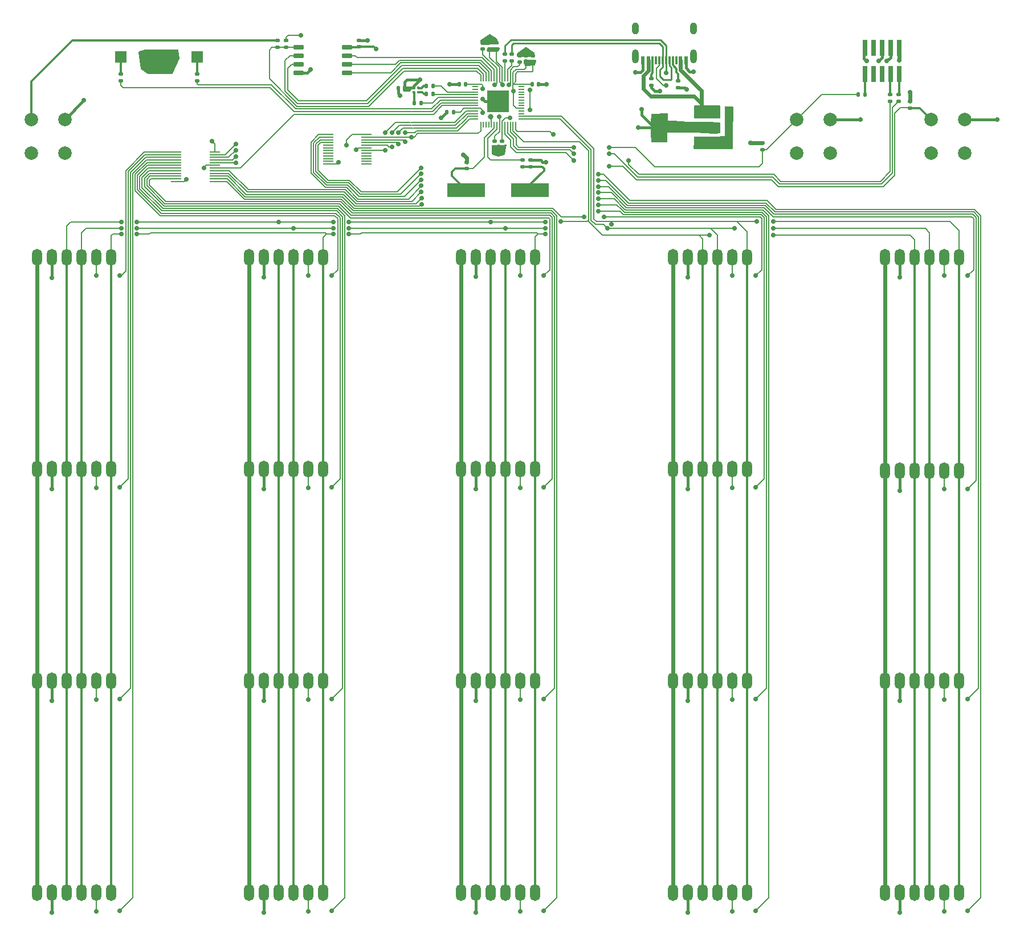
<source format=gbr>
%TF.GenerationSoftware,KiCad,Pcbnew,(6.0.10)*%
%TF.CreationDate,2023-02-13T20:41:26-05:00*%
%TF.ProjectId,master_board,6d617374-6572-45f6-926f-6172642e6b69,rev?*%
%TF.SameCoordinates,Original*%
%TF.FileFunction,Copper,L1,Top*%
%TF.FilePolarity,Positive*%
%FSLAX46Y46*%
G04 Gerber Fmt 4.6, Leading zero omitted, Abs format (unit mm)*
G04 Created by KiCad (PCBNEW (6.0.10)) date 2023-02-13 20:41:26*
%MOMM*%
%LPD*%
G01*
G04 APERTURE LIST*
G04 Aperture macros list*
%AMRoundRect*
0 Rectangle with rounded corners*
0 $1 Rounding radius*
0 $2 $3 $4 $5 $6 $7 $8 $9 X,Y pos of 4 corners*
0 Add a 4 corners polygon primitive as box body*
4,1,4,$2,$3,$4,$5,$6,$7,$8,$9,$2,$3,0*
0 Add four circle primitives for the rounded corners*
1,1,$1+$1,$2,$3*
1,1,$1+$1,$4,$5*
1,1,$1+$1,$6,$7*
1,1,$1+$1,$8,$9*
0 Add four rect primitives between the rounded corners*
20,1,$1+$1,$2,$3,$4,$5,0*
20,1,$1+$1,$4,$5,$6,$7,0*
20,1,$1+$1,$6,$7,$8,$9,0*
20,1,$1+$1,$8,$9,$2,$3,0*%
G04 Aperture macros list end*
%TA.AperFunction,SMDPad,CuDef*%
%ADD10R,0.600000X1.150000*%
%TD*%
%TA.AperFunction,SMDPad,CuDef*%
%ADD11R,0.300000X1.150000*%
%TD*%
%TA.AperFunction,ComponentPad*%
%ADD12O,1.000000X1.800000*%
%TD*%
%TA.AperFunction,ComponentPad*%
%ADD13O,1.000000X2.100000*%
%TD*%
%TA.AperFunction,SMDPad,CuDef*%
%ADD14RoundRect,0.135000X0.185000X-0.135000X0.185000X0.135000X-0.185000X0.135000X-0.185000X-0.135000X0*%
%TD*%
%TA.AperFunction,SMDPad,CuDef*%
%ADD15RoundRect,0.135000X0.135000X0.185000X-0.135000X0.185000X-0.135000X-0.185000X0.135000X-0.185000X0*%
%TD*%
%TA.AperFunction,SMDPad,CuDef*%
%ADD16RoundRect,0.140000X0.170000X-0.140000X0.170000X0.140000X-0.170000X0.140000X-0.170000X-0.140000X0*%
%TD*%
%TA.AperFunction,ComponentPad*%
%ADD17O,1.500000X2.500000*%
%TD*%
%TA.AperFunction,SMDPad,CuDef*%
%ADD18RoundRect,0.140000X-0.170000X0.140000X-0.170000X-0.140000X0.170000X-0.140000X0.170000X0.140000X0*%
%TD*%
%TA.AperFunction,ComponentPad*%
%ADD19R,1.700000X1.700000*%
%TD*%
%TA.AperFunction,SMDPad,CuDef*%
%ADD20RoundRect,0.140000X-0.140000X-0.170000X0.140000X-0.170000X0.140000X0.170000X-0.140000X0.170000X0*%
%TD*%
%TA.AperFunction,SMDPad,CuDef*%
%ADD21RoundRect,0.050000X-0.387500X-0.050000X0.387500X-0.050000X0.387500X0.050000X-0.387500X0.050000X0*%
%TD*%
%TA.AperFunction,SMDPad,CuDef*%
%ADD22RoundRect,0.050000X-0.050000X-0.387500X0.050000X-0.387500X0.050000X0.387500X-0.050000X0.387500X0*%
%TD*%
%TA.AperFunction,SMDPad,CuDef*%
%ADD23R,3.200000X3.200000*%
%TD*%
%TA.AperFunction,SMDPad,CuDef*%
%ADD24RoundRect,0.250000X0.250000X0.475000X-0.250000X0.475000X-0.250000X-0.475000X0.250000X-0.475000X0*%
%TD*%
%TA.AperFunction,SMDPad,CuDef*%
%ADD25RoundRect,0.135000X-0.185000X0.135000X-0.185000X-0.135000X0.185000X-0.135000X0.185000X0.135000X0*%
%TD*%
%TA.AperFunction,ComponentPad*%
%ADD26C,2.000000*%
%TD*%
%TA.AperFunction,SMDPad,CuDef*%
%ADD27RoundRect,0.250000X-0.250000X-0.475000X0.250000X-0.475000X0.250000X0.475000X-0.250000X0.475000X0*%
%TD*%
%TA.AperFunction,SMDPad,CuDef*%
%ADD28R,5.600000X2.100000*%
%TD*%
%TA.AperFunction,SMDPad,CuDef*%
%ADD29R,0.320000X0.320000*%
%TD*%
%TA.AperFunction,SMDPad,CuDef*%
%ADD30RoundRect,0.140000X0.140000X0.170000X-0.140000X0.170000X-0.140000X-0.170000X0.140000X-0.170000X0*%
%TD*%
%TA.AperFunction,SMDPad,CuDef*%
%ADD31R,2.000000X1.500000*%
%TD*%
%TA.AperFunction,SMDPad,CuDef*%
%ADD32R,2.000000X3.800000*%
%TD*%
%TA.AperFunction,SMDPad,CuDef*%
%ADD33RoundRect,0.062500X-0.675000X-0.062500X0.675000X-0.062500X0.675000X0.062500X-0.675000X0.062500X0*%
%TD*%
%TA.AperFunction,SMDPad,CuDef*%
%ADD34RoundRect,0.150000X-0.650000X-0.150000X0.650000X-0.150000X0.650000X0.150000X-0.650000X0.150000X0*%
%TD*%
%TA.AperFunction,SMDPad,CuDef*%
%ADD35R,0.740000X2.400000*%
%TD*%
%TA.AperFunction,ViaPad*%
%ADD36C,0.700000*%
%TD*%
%TA.AperFunction,ViaPad*%
%ADD37C,0.800000*%
%TD*%
%TA.AperFunction,Conductor*%
%ADD38C,0.600000*%
%TD*%
%TA.AperFunction,Conductor*%
%ADD39C,0.200000*%
%TD*%
%TA.AperFunction,Conductor*%
%ADD40C,0.400000*%
%TD*%
%TA.AperFunction,Conductor*%
%ADD41C,0.150000*%
%TD*%
%TA.AperFunction,Conductor*%
%ADD42C,0.300000*%
%TD*%
%TA.AperFunction,Conductor*%
%ADD43C,0.261100*%
%TD*%
G04 APERTURE END LIST*
D10*
%TO.P,J2,A1,GND*%
%TO.N,GND*%
X122900000Y-24180000D03*
%TO.P,J2,A4,VBUS*%
%TO.N,VBUS*%
X122100000Y-24180000D03*
D11*
%TO.P,J2,A5,CC1*%
%TO.N,/CC1_USB*%
X120950000Y-24180000D03*
%TO.P,J2,A6,D+*%
%TO.N,/USB_D+*%
X119950000Y-24180000D03*
%TO.P,J2,A7,D-*%
%TO.N,/USB_D-*%
X119450000Y-24180000D03*
%TO.P,J2,A8,SBU1*%
%TO.N,unconnected-(J2-PadA8)*%
X118450000Y-24180000D03*
D10*
%TO.P,J2,A9,VBUS*%
%TO.N,VBUS*%
X117300000Y-24180000D03*
%TO.P,J2,A12,GND*%
%TO.N,GND*%
X116500000Y-24180000D03*
%TO.P,J2,B1,GND*%
X116500000Y-24180000D03*
%TO.P,J2,B4,VBUS*%
%TO.N,VBUS*%
X117300000Y-24180000D03*
D11*
%TO.P,J2,B5,CC2*%
%TO.N,/CC2_USB*%
X117950000Y-24180000D03*
%TO.P,J2,B6,D+*%
%TO.N,/USB_D+*%
X118950000Y-24180000D03*
%TO.P,J2,B7,D-*%
%TO.N,/USB_D-*%
X120450000Y-24180000D03*
%TO.P,J2,B8,SBU2*%
%TO.N,unconnected-(J2-PadB8)*%
X121450000Y-24180000D03*
D10*
%TO.P,J2,B9,VBUS*%
%TO.N,VBUS*%
X122100000Y-24180000D03*
%TO.P,J2,B12,GND*%
%TO.N,GND*%
X122900000Y-24180000D03*
D12*
%TO.P,J2,S1,SHIELD*%
X115380000Y-19425000D03*
D13*
X124020000Y-23605000D03*
D12*
X124020000Y-19425000D03*
D13*
X115380000Y-23605000D03*
%TD*%
D14*
%TO.P,R16,1*%
%TO.N,/HAP_L*%
X38900000Y-27210000D03*
%TO.P,R16,2*%
%TO.N,/CONN_HAP_L*%
X38900000Y-26190000D03*
%TD*%
D15*
%TO.P,R6,1*%
%TO.N,/CONN_RUN_N*%
X149510000Y-29250000D03*
%TO.P,R6,2*%
%TO.N,/RUN_N*%
X148490000Y-29250000D03*
%TD*%
D14*
%TO.P,R14,1*%
%TO.N,/XTAL_OUT_PRE*%
X98600000Y-40010000D03*
%TO.P,R14,2*%
%TO.N,/XTAL_OUT*%
X98600000Y-38990000D03*
%TD*%
D16*
%TO.P,C7,1*%
%TO.N,+3V3*%
X99154913Y-24433027D03*
%TO.P,C7,2*%
%TO.N,GND*%
X99154913Y-23473027D03*
%TD*%
D17*
%TO.P,M6,1,Pin_1*%
%TO.N,+3V3*%
X58000000Y-116500000D03*
%TO.P,M6,2,Pin_2*%
%TO.N,GND*%
X60200000Y-116500000D03*
%TO.P,M6,3,Pin_3*%
%TO.N,SPI0_RX*%
X62400000Y-116500000D03*
%TO.P,M6,4,Pin_4*%
%TO.N,SPI0_SCLK*%
X64600000Y-116500000D03*
%TO.P,M6,5,Pin_5*%
%TO.N,/5-to-32/SPI_CSN6*%
X66800000Y-116500000D03*
%TO.P,M6,6,Pin_6*%
%TO.N,SPI0_TX*%
X69000000Y-116500000D03*
%TD*%
D18*
%TO.P,C12,1*%
%TO.N,GND*%
X90300000Y-39320000D03*
%TO.P,C12,2*%
%TO.N,/XTAL_IN*%
X90300000Y-40280000D03*
%TD*%
D19*
%TO.P,J5,1,Pin_1*%
%TO.N,GND*%
X42700000Y-23700000D03*
%TD*%
D20*
%TO.P,C9,1*%
%TO.N,+3V3*%
X100020000Y-27700000D03*
%TO.P,C9,2*%
%TO.N,GND*%
X100980000Y-27700000D03*
%TD*%
D19*
%TO.P,J4,1,Pin_1*%
%TO.N,GND*%
X46500000Y-23700000D03*
%TD*%
D15*
%TO.P,R2,1*%
%TO.N,/LED_G*%
X85310000Y-29200000D03*
%TO.P,R2,2*%
%TO.N,/LG*%
X84290000Y-29200000D03*
%TD*%
D17*
%TO.P,M18,1,Pin_1*%
%TO.N,+3V3*%
X152500000Y-116500000D03*
%TO.P,M18,2,Pin_2*%
%TO.N,GND*%
X154700000Y-116500000D03*
%TO.P,M18,3,Pin_3*%
%TO.N,SPI0_RX*%
X156900000Y-116500000D03*
%TO.P,M18,4,Pin_4*%
%TO.N,SPI0_SCLK*%
X159100000Y-116500000D03*
%TO.P,M18,5,Pin_5*%
%TO.N,/5-to-32/SPI_CSN18*%
X161300000Y-116500000D03*
%TO.P,M18,6,Pin_6*%
%TO.N,SPI0_TX*%
X163500000Y-116500000D03*
%TD*%
D14*
%TO.P,R15,1*%
%TO.N,/QSPI_NSS*%
X63500000Y-22250000D03*
%TO.P,R15,2*%
%TO.N,+3V3*%
X63500000Y-21230000D03*
%TD*%
D21*
%TO.P,U2,1,IOVDD*%
%TO.N,+3V3*%
X91562500Y-27700000D03*
%TO.P,U2,2,GPIO0*%
%TO.N,/GPIO0*%
X91562500Y-28100000D03*
%TO.P,U2,3,GPIO1*%
%TO.N,/GPIO1*%
X91562500Y-28500000D03*
%TO.P,U2,4,GPIO2*%
%TO.N,/LED_R*%
X91562500Y-28900000D03*
%TO.P,U2,5,GPIO3*%
%TO.N,/LED_G*%
X91562500Y-29300000D03*
%TO.P,U2,6,GPIO4*%
%TO.N,/LED_B*%
X91562500Y-29700000D03*
%TO.P,U2,7,GPIO5*%
%TO.N,/HAP_R*%
X91562500Y-30100000D03*
%TO.P,U2,8,GPIO6*%
%TO.N,/HAP_L*%
X91562500Y-30500000D03*
%TO.P,U2,9,GPIO7*%
%TO.N,E0N_A*%
X91562500Y-30900000D03*
%TO.P,U2,10,IOVDD*%
%TO.N,+3V3*%
X91562500Y-31300000D03*
%TO.P,U2,11,GPIO8*%
%TO.N,E0N_B*%
X91562500Y-31700000D03*
%TO.P,U2,12,GPIO9*%
%TO.N,A3*%
X91562500Y-32100000D03*
%TO.P,U2,13,GPIO10*%
%TO.N,A2*%
X91562500Y-32500000D03*
%TO.P,U2,14,GPIO11*%
%TO.N,A1*%
X91562500Y-32900000D03*
D22*
%TO.P,U2,15,GPIO12*%
%TO.N,A0*%
X92400000Y-33737500D03*
%TO.P,U2,16,GPIO13*%
%TO.N,/GPIO13*%
X92800000Y-33737500D03*
%TO.P,U2,17,GPIO14*%
%TO.N,/GPIO14*%
X93200000Y-33737500D03*
%TO.P,U2,18,GPIO15*%
%TO.N,/GPIO15*%
X93600000Y-33737500D03*
%TO.P,U2,19,TESTEN*%
%TO.N,GND*%
X94000000Y-33737500D03*
%TO.P,U2,20,XIN*%
%TO.N,/XTAL_IN*%
X94400000Y-33737500D03*
%TO.P,U2,21,XOUT*%
%TO.N,/XTAL_OUT*%
X94800000Y-33737500D03*
%TO.P,U2,22,IOVDD*%
%TO.N,+3V3*%
X95200000Y-33737500D03*
%TO.P,U2,23,DVDD*%
%TO.N,+1V1*%
X95600000Y-33737500D03*
%TO.P,U2,24,SWCLK*%
%TO.N,/SWCLK*%
X96000000Y-33737500D03*
%TO.P,U2,25,SWD*%
%TO.N,/SWDIO*%
X96400000Y-33737500D03*
%TO.P,U2,26,RUN*%
%TO.N,/RUN_N*%
X96800000Y-33737500D03*
%TO.P,U2,27,GPIO16*%
%TO.N,SPI0_RX*%
X97200000Y-33737500D03*
%TO.P,U2,28,GPIO17*%
%TO.N,/RESCAN_N*%
X97600000Y-33737500D03*
D21*
%TO.P,U2,29,GPIO18*%
%TO.N,SPI0_SCLK*%
X98437500Y-32900000D03*
%TO.P,U2,30,GPIO19*%
%TO.N,SPI0_TX*%
X98437500Y-32500000D03*
%TO.P,U2,31,GPIO20*%
%TO.N,/GPIO20*%
X98437500Y-32100000D03*
%TO.P,U2,32,GPIO21*%
%TO.N,/GPIO21*%
X98437500Y-31700000D03*
%TO.P,U2,33,IOVDD*%
%TO.N,+3V3*%
X98437500Y-31300000D03*
%TO.P,U2,34,GPIO22*%
%TO.N,/GPIO22*%
X98437500Y-30900000D03*
%TO.P,U2,35,GPIO23*%
%TO.N,/GPIO23*%
X98437500Y-30500000D03*
%TO.P,U2,36,GPIO24*%
%TO.N,/GPIO24*%
X98437500Y-30100000D03*
%TO.P,U2,37,GPIO25*%
%TO.N,/GPIO25*%
X98437500Y-29700000D03*
%TO.P,U2,38,GPIO26_ADC0*%
%TO.N,/GPIO26_ADC0*%
X98437500Y-29300000D03*
%TO.P,U2,39,GPIO27_ADC1*%
%TO.N,/GPIO27_ADC1*%
X98437500Y-28900000D03*
%TO.P,U2,40,GPIO28_ADC2*%
%TO.N,/GPIO28_ADC2*%
X98437500Y-28500000D03*
%TO.P,U2,41,GPIO29_ADC3*%
%TO.N,/GPIO29_ADC3*%
X98437500Y-28100000D03*
%TO.P,U2,42,IOVDD*%
%TO.N,+3V3*%
X98437500Y-27700000D03*
D22*
%TO.P,U2,43,ADC_AVDD*%
X97600000Y-26862500D03*
%TO.P,U2,44,VREG_IN*%
X97200000Y-26862500D03*
%TO.P,U2,45,VREG_VOUT*%
%TO.N,+1V1*%
X96800000Y-26862500D03*
%TO.P,U2,46,USB_DM*%
%TO.N,/USB_D-I*%
X96400000Y-26862500D03*
%TO.P,U2,47,USB_DP*%
%TO.N,/USB_D+I*%
X96000000Y-26862500D03*
%TO.P,U2,48,USB_VDD*%
%TO.N,+3V3*%
X95600000Y-26862500D03*
%TO.P,U2,49,IOVDD*%
X95200000Y-26862500D03*
%TO.P,U2,50,DVDD*%
%TO.N,+1V1*%
X94800000Y-26862500D03*
%TO.P,U2,51,QSPI_SD3*%
%TO.N,/QSPI_SD3*%
X94400000Y-26862500D03*
%TO.P,U2,52,QSPI_SCLK*%
%TO.N,/QSPI_SCLK*%
X94000000Y-26862500D03*
%TO.P,U2,53,QSPI_SD0*%
%TO.N,/QSPI_SD0*%
X93600000Y-26862500D03*
%TO.P,U2,54,QSPI_SD2*%
%TO.N,/QSPI_SD2*%
X93200000Y-26862500D03*
%TO.P,U2,55,QSPI_SD1*%
%TO.N,/QSPI_SD1*%
X92800000Y-26862500D03*
%TO.P,U2,56,QSPI_SS*%
%TO.N,/QSPI_NSS*%
X92400000Y-26862500D03*
D23*
%TO.P,U2,57,GND*%
%TO.N,GND*%
X95000000Y-30300000D03*
%TD*%
D17*
%TO.P,M7,1,Pin_1*%
%TO.N,+3V3*%
X58000000Y-148000000D03*
%TO.P,M7,2,Pin_2*%
%TO.N,GND*%
X60200000Y-148000000D03*
%TO.P,M7,3,Pin_3*%
%TO.N,SPI0_RX*%
X62400000Y-148000000D03*
%TO.P,M7,4,Pin_4*%
%TO.N,SPI0_SCLK*%
X64600000Y-148000000D03*
%TO.P,M7,5,Pin_5*%
%TO.N,/5-to-32/SPI_CSN7*%
X66800000Y-148000000D03*
%TO.P,M7,6,Pin_6*%
%TO.N,SPI0_TX*%
X69000000Y-148000000D03*
%TD*%
D24*
%TO.P,C2,1*%
%TO.N,GND*%
X129275000Y-34250000D03*
%TO.P,C2,2*%
%TO.N,+3V3*%
X127375000Y-34250000D03*
%TD*%
D15*
%TO.P,R1,1*%
%TO.N,/LED_R*%
X85310000Y-28000000D03*
%TO.P,R1,2*%
%TO.N,/LR*%
X84290000Y-28000000D03*
%TD*%
D25*
%TO.P,R7,1*%
%TO.N,/CC1_USB*%
X121750000Y-27240000D03*
%TO.P,R7,2*%
%TO.N,GND*%
X121750000Y-28260000D03*
%TD*%
D18*
%TO.P,C13,1*%
%TO.N,GND*%
X99800000Y-39020000D03*
%TO.P,C13,2*%
%TO.N,/XTAL_OUT_PRE*%
X99800000Y-39980000D03*
%TD*%
D25*
%TO.P,R11,1*%
%TO.N,/USB_D-*%
X97000000Y-23240000D03*
%TO.P,R11,2*%
%TO.N,/USB_D-I*%
X97000000Y-24260000D03*
%TD*%
D17*
%TO.P,M9,1,Pin_1*%
%TO.N,+3V3*%
X89500000Y-85000000D03*
%TO.P,M9,2,Pin_2*%
%TO.N,GND*%
X91700000Y-85000000D03*
%TO.P,M9,3,Pin_3*%
%TO.N,SPI0_RX*%
X93900000Y-85000000D03*
%TO.P,M9,4,Pin_4*%
%TO.N,SPI0_SCLK*%
X96100000Y-85000000D03*
%TO.P,M9,5,Pin_5*%
%TO.N,/5-to-32/SPI_CSN9*%
X98300000Y-85000000D03*
%TO.P,M9,6,Pin_6*%
%TO.N,SPI0_TX*%
X100500000Y-85000000D03*
%TD*%
D26*
%TO.P,SW1,1,1*%
%TO.N,/RESCAN_N*%
X159350000Y-33000000D03*
%TO.P,SW1,2,2*%
%TO.N,GND*%
X164350000Y-33000000D03*
%TO.P,SW1,3*%
%TO.N,N/C*%
X159350000Y-38000000D03*
%TO.P,SW1,4*%
X164350000Y-38000000D03*
%TD*%
D16*
%TO.P,C6,1*%
%TO.N,+1V1*%
X98154913Y-24433027D03*
%TO.P,C6,2*%
%TO.N,GND*%
X98154913Y-23473027D03*
%TD*%
D25*
%TO.P,R4,1*%
%TO.N,/CONN_SWDIO*%
X154500000Y-29240000D03*
%TO.P,R4,2*%
%TO.N,/SWDIO*%
X154500000Y-30260000D03*
%TD*%
D17*
%TO.P,M5,1,Pin_1*%
%TO.N,+3V3*%
X58000000Y-85000000D03*
%TO.P,M5,2,Pin_2*%
%TO.N,GND*%
X60200000Y-85000000D03*
%TO.P,M5,3,Pin_3*%
%TO.N,SPI0_RX*%
X62400000Y-85000000D03*
%TO.P,M5,4,Pin_4*%
%TO.N,SPI0_SCLK*%
X64600000Y-85000000D03*
%TO.P,M5,5,Pin_5*%
%TO.N,/5-to-32/SPI_CSN5*%
X66800000Y-85000000D03*
%TO.P,M5,6,Pin_6*%
%TO.N,SPI0_TX*%
X69000000Y-85000000D03*
%TD*%
%TO.P,M0,1,Pin_1*%
%TO.N,+3V3*%
X26500000Y-53500000D03*
%TO.P,M0,2,Pin_2*%
%TO.N,GND*%
X28700000Y-53500000D03*
%TO.P,M0,3,Pin_3*%
%TO.N,SPI0_RX*%
X30900000Y-53500000D03*
%TO.P,M0,4,Pin_4*%
%TO.N,SPI0_SCLK*%
X33100000Y-53500000D03*
%TO.P,M0,5,Pin_5*%
%TO.N,/5-to-32/SPI_CSN0*%
X35300000Y-53500000D03*
%TO.P,M0,6,Pin_6*%
%TO.N,SPI0_TX*%
X37500000Y-53500000D03*
%TD*%
%TO.P,M4,1,Pin_1*%
%TO.N,+3V3*%
X58000000Y-53500000D03*
%TO.P,M4,2,Pin_2*%
%TO.N,GND*%
X60200000Y-53500000D03*
%TO.P,M4,3,Pin_3*%
%TO.N,SPI0_RX*%
X62400000Y-53500000D03*
%TO.P,M4,4,Pin_4*%
%TO.N,SPI0_SCLK*%
X64600000Y-53500000D03*
%TO.P,M4,5,Pin_5*%
%TO.N,/5-to-32/SPI_CSN4*%
X66800000Y-53500000D03*
%TO.P,M4,6,Pin_6*%
%TO.N,SPI0_TX*%
X69000000Y-53500000D03*
%TD*%
D15*
%TO.P,R3,1*%
%TO.N,/LED_B*%
X83510000Y-30500000D03*
%TO.P,R3,2*%
%TO.N,/LB*%
X82490000Y-30500000D03*
%TD*%
D16*
%TO.P,C8,1*%
%TO.N,+3V3*%
X100154913Y-24426769D03*
%TO.P,C8,2*%
%TO.N,GND*%
X100154913Y-23466769D03*
%TD*%
%TO.P,C16,1*%
%TO.N,+3V3*%
X94712859Y-22521473D03*
%TO.P,C16,2*%
%TO.N,GND*%
X94712859Y-21561473D03*
%TD*%
D27*
%TO.P,C1,1*%
%TO.N,VBUS*%
X127375000Y-31875000D03*
%TO.P,C1,2*%
%TO.N,GND*%
X129275000Y-31875000D03*
%TD*%
D16*
%TO.P,C15,1*%
%TO.N,+3V3*%
X93712859Y-22521473D03*
%TO.P,C15,2*%
%TO.N,GND*%
X93712859Y-21561473D03*
%TD*%
D17*
%TO.P,M2,1,Pin_1*%
%TO.N,+3V3*%
X26500000Y-116500000D03*
%TO.P,M2,2,Pin_2*%
%TO.N,GND*%
X28700000Y-116500000D03*
%TO.P,M2,3,Pin_3*%
%TO.N,SPI0_RX*%
X30900000Y-116500000D03*
%TO.P,M2,4,Pin_4*%
%TO.N,SPI0_SCLK*%
X33100000Y-116500000D03*
%TO.P,M2,5,Pin_5*%
%TO.N,/5-to-32/SPI_CSN2*%
X35300000Y-116500000D03*
%TO.P,M2,6,Pin_6*%
%TO.N,SPI0_TX*%
X37500000Y-116500000D03*
%TD*%
%TO.P,M17,1,Pin_1*%
%TO.N,+3V3*%
X152500000Y-85250000D03*
%TO.P,M17,2,Pin_2*%
%TO.N,GND*%
X154700000Y-85250000D03*
%TO.P,M17,3,Pin_3*%
%TO.N,SPI0_RX*%
X156900000Y-85250000D03*
%TO.P,M17,4,Pin_4*%
%TO.N,SPI0_SCLK*%
X159100000Y-85250000D03*
%TO.P,M17,5,Pin_5*%
%TO.N,/5-to-32/SPI_CSN17*%
X161300000Y-85250000D03*
%TO.P,M17,6,Pin_6*%
%TO.N,SPI0_TX*%
X163500000Y-85250000D03*
%TD*%
%TO.P,M3,1,Pin_1*%
%TO.N,+3V3*%
X26500000Y-148000000D03*
%TO.P,M3,2,Pin_2*%
%TO.N,GND*%
X28700000Y-148000000D03*
%TO.P,M3,3,Pin_3*%
%TO.N,SPI0_RX*%
X30900000Y-148000000D03*
%TO.P,M3,4,Pin_4*%
%TO.N,SPI0_SCLK*%
X33100000Y-148000000D03*
%TO.P,M3,5,Pin_5*%
%TO.N,/5-to-32/SPI_CSN3*%
X35300000Y-148000000D03*
%TO.P,M3,6,Pin_6*%
%TO.N,SPI0_TX*%
X37500000Y-148000000D03*
%TD*%
%TO.P,M16,1,Pin_1*%
%TO.N,+3V3*%
X152500000Y-53500000D03*
%TO.P,M16,2,Pin_2*%
%TO.N,GND*%
X154700000Y-53500000D03*
%TO.P,M16,3,Pin_3*%
%TO.N,SPI0_RX*%
X156900000Y-53500000D03*
%TO.P,M16,4,Pin_4*%
%TO.N,SPI0_SCLK*%
X159100000Y-53500000D03*
%TO.P,M16,5,Pin_5*%
%TO.N,/5-to-32/SPI_CSN16*%
X161300000Y-53500000D03*
%TO.P,M16,6,Pin_6*%
%TO.N,SPI0_TX*%
X163500000Y-53500000D03*
%TD*%
D25*
%TO.P,R13,1*%
%TO.N,/BOOTSEL_N*%
X62250000Y-21230000D03*
%TO.P,R13,2*%
%TO.N,/QSPI_NSS*%
X62250000Y-22250000D03*
%TD*%
%TO.P,R9,1*%
%TO.N,+3V3*%
X156200000Y-30240000D03*
%TO.P,R9,2*%
%TO.N,/RESCAN_N*%
X156200000Y-31260000D03*
%TD*%
%TO.P,R5,1*%
%TO.N,/CONN_SWCLK*%
X153250000Y-29240000D03*
%TO.P,R5,2*%
%TO.N,/SWCLK*%
X153250000Y-30260000D03*
%TD*%
D14*
%TO.P,R17,1*%
%TO.N,/HAP_R*%
X50300000Y-27210000D03*
%TO.P,R17,2*%
%TO.N,/CONN_HAP_R*%
X50300000Y-26190000D03*
%TD*%
D19*
%TO.P,J3,1,Pin_1*%
%TO.N,/CONN_HAP_L*%
X38900000Y-23700000D03*
%TD*%
D28*
%TO.P,Y1,1,1*%
%TO.N,/XTAL_OUT_PRE*%
X99750000Y-43500000D03*
%TO.P,Y1,2,2*%
%TO.N,/XTAL_IN*%
X90250000Y-43500000D03*
%TD*%
D18*
%TO.P,C4,1*%
%TO.N,+1V1*%
X95600000Y-36220000D03*
%TO.P,C4,2*%
%TO.N,GND*%
X95600000Y-37180000D03*
%TD*%
D17*
%TO.P,M15,1,Pin_1*%
%TO.N,+3V3*%
X121000000Y-148000000D03*
%TO.P,M15,2,Pin_2*%
%TO.N,GND*%
X123200000Y-148000000D03*
%TO.P,M15,3,Pin_3*%
%TO.N,SPI0_RX*%
X125400000Y-148000000D03*
%TO.P,M15,4,Pin_4*%
%TO.N,SPI0_SCLK*%
X127600000Y-148000000D03*
%TO.P,M15,5,Pin_5*%
%TO.N,/5-to-32/SPI_CSN15*%
X129800000Y-148000000D03*
%TO.P,M15,6,Pin_6*%
%TO.N,SPI0_TX*%
X132000000Y-148000000D03*
%TD*%
D29*
%TO.P,D1,1,B*%
%TO.N,/LB*%
X82470000Y-28930000D03*
%TO.P,D1,2,G*%
%TO.N,/LG*%
X83130000Y-28930000D03*
%TO.P,D1,3,R*%
%TO.N,/LR*%
X83130000Y-28270000D03*
%TO.P,D1,4,A*%
%TO.N,+3V3*%
X82470000Y-28270000D03*
%TD*%
D17*
%TO.P,M12,1,Pin_1*%
%TO.N,+3V3*%
X121000000Y-53500000D03*
%TO.P,M12,2,Pin_2*%
%TO.N,GND*%
X123200000Y-53500000D03*
%TO.P,M12,3,Pin_3*%
%TO.N,SPI0_RX*%
X125400000Y-53500000D03*
%TO.P,M12,4,Pin_4*%
%TO.N,SPI0_SCLK*%
X127600000Y-53500000D03*
%TO.P,M12,5,Pin_5*%
%TO.N,/5-to-32/SPI_CSN12*%
X129800000Y-53500000D03*
%TO.P,M12,6,Pin_6*%
%TO.N,SPI0_TX*%
X132000000Y-53500000D03*
%TD*%
D25*
%TO.P,R8,1*%
%TO.N,/CC2_USB*%
X117750000Y-26865000D03*
%TO.P,R8,2*%
%TO.N,GND*%
X117750000Y-27885000D03*
%TD*%
D16*
%TO.P,C17,1*%
%TO.N,+3V3*%
X74350000Y-22180000D03*
%TO.P,C17,2*%
%TO.N,GND*%
X74350000Y-21220000D03*
%TD*%
D30*
%TO.P,C14,1*%
%TO.N,+3V3*%
X90180000Y-27700000D03*
%TO.P,C14,2*%
%TO.N,GND*%
X89220000Y-27700000D03*
%TD*%
D17*
%TO.P,M10,1,Pin_1*%
%TO.N,+3V3*%
X89500000Y-116500000D03*
%TO.P,M10,2,Pin_2*%
%TO.N,GND*%
X91700000Y-116500000D03*
%TO.P,M10,3,Pin_3*%
%TO.N,SPI0_RX*%
X93900000Y-116500000D03*
%TO.P,M10,4,Pin_4*%
%TO.N,SPI0_SCLK*%
X96100000Y-116500000D03*
%TO.P,M10,5,Pin_5*%
%TO.N,/5-to-32/SPI_CSN10*%
X98300000Y-116500000D03*
%TO.P,M10,6,Pin_6*%
%TO.N,SPI0_TX*%
X100500000Y-116500000D03*
%TD*%
D25*
%TO.P,R10,1*%
%TO.N,/USB_D+*%
X96000000Y-23240000D03*
%TO.P,R10,2*%
%TO.N,/USB_D+I*%
X96000000Y-24260000D03*
%TD*%
D17*
%TO.P,M14,1,Pin_1*%
%TO.N,+3V3*%
X121000000Y-116500000D03*
%TO.P,M14,2,Pin_2*%
%TO.N,GND*%
X123200000Y-116500000D03*
%TO.P,M14,3,Pin_3*%
%TO.N,SPI0_RX*%
X125400000Y-116500000D03*
%TO.P,M14,4,Pin_4*%
%TO.N,SPI0_SCLK*%
X127600000Y-116500000D03*
%TO.P,M14,5,Pin_5*%
%TO.N,/5-to-32/SPI_CSN14*%
X129800000Y-116500000D03*
%TO.P,M14,6,Pin_6*%
%TO.N,SPI0_TX*%
X132000000Y-116500000D03*
%TD*%
%TO.P,M11,1,Pin_1*%
%TO.N,+3V3*%
X89500000Y-148000000D03*
%TO.P,M11,2,Pin_2*%
%TO.N,GND*%
X91700000Y-148000000D03*
%TO.P,M11,3,Pin_3*%
%TO.N,SPI0_RX*%
X93900000Y-148000000D03*
%TO.P,M11,4,Pin_4*%
%TO.N,SPI0_SCLK*%
X96100000Y-148000000D03*
%TO.P,M11,5,Pin_5*%
%TO.N,/5-to-32/SPI_CSN11*%
X98300000Y-148000000D03*
%TO.P,M11,6,Pin_6*%
%TO.N,SPI0_TX*%
X100500000Y-148000000D03*
%TD*%
D30*
%TO.P,C3,1*%
%TO.N,+3V3*%
X81080000Y-28350000D03*
%TO.P,C3,2*%
%TO.N,GND*%
X80120000Y-28350000D03*
%TD*%
D17*
%TO.P,M19,1,Pin_1*%
%TO.N,+3V3*%
X152500000Y-148000000D03*
%TO.P,M19,2,Pin_2*%
%TO.N,GND*%
X154700000Y-148000000D03*
%TO.P,M19,3,Pin_3*%
%TO.N,SPI0_RX*%
X156900000Y-148000000D03*
%TO.P,M19,4,Pin_4*%
%TO.N,SPI0_SCLK*%
X159100000Y-148000000D03*
%TO.P,M19,5,Pin_5*%
%TO.N,/5-to-32/SPI_CSN19*%
X161300000Y-148000000D03*
%TO.P,M19,6,Pin_6*%
%TO.N,SPI0_TX*%
X163500000Y-148000000D03*
%TD*%
%TO.P,M8,1,Pin_1*%
%TO.N,+3V3*%
X89500000Y-53500000D03*
%TO.P,M8,2,Pin_2*%
%TO.N,GND*%
X91700000Y-53500000D03*
%TO.P,M8,3,Pin_3*%
%TO.N,SPI0_RX*%
X93900000Y-53500000D03*
%TO.P,M8,4,Pin_4*%
%TO.N,SPI0_SCLK*%
X96100000Y-53500000D03*
%TO.P,M8,5,Pin_5*%
%TO.N,/5-to-32/SPI_CSN8*%
X98300000Y-53500000D03*
%TO.P,M8,6,Pin_6*%
%TO.N,SPI0_TX*%
X100500000Y-53500000D03*
%TD*%
D19*
%TO.P,J6,1,Pin_1*%
%TO.N,/CONN_HAP_R*%
X50300000Y-23700000D03*
%TD*%
D17*
%TO.P,M13,1,Pin_1*%
%TO.N,+3V3*%
X121000000Y-85000000D03*
%TO.P,M13,2,Pin_2*%
%TO.N,GND*%
X123200000Y-85000000D03*
%TO.P,M13,3,Pin_3*%
%TO.N,SPI0_RX*%
X125400000Y-85000000D03*
%TO.P,M13,4,Pin_4*%
%TO.N,SPI0_SCLK*%
X127600000Y-85000000D03*
%TO.P,M13,5,Pin_5*%
%TO.N,/5-to-32/SPI_CSN13*%
X129800000Y-85000000D03*
%TO.P,M13,6,Pin_6*%
%TO.N,SPI0_TX*%
X132000000Y-85000000D03*
%TD*%
D31*
%TO.P,U1,1,GND*%
%TO.N,GND*%
X125200000Y-36500000D03*
%TO.P,U1,2,VO*%
%TO.N,+3V3*%
X125200000Y-34200000D03*
D32*
X118900000Y-34200000D03*
D31*
%TO.P,U1,3,VI*%
%TO.N,VBUS*%
X125200000Y-31900000D03*
%TD*%
D16*
%TO.P,C5,1*%
%TO.N,+1V1*%
X92712859Y-22521473D03*
%TO.P,C5,2*%
%TO.N,GND*%
X92712859Y-21561473D03*
%TD*%
D33*
%TO.P,U5,1,Y0N*%
%TO.N,/5-to-32/SPI_CSN16*%
X69725243Y-35200000D03*
%TO.P,U5,2,Y1N*%
%TO.N,/5-to-32/SPI_CSN17*%
X69725243Y-35600000D03*
%TO.P,U5,3,Y2N*%
%TO.N,/5-to-32/SPI_CSN18*%
X69725243Y-36000000D03*
%TO.P,U5,4,Y3N*%
%TO.N,/5-to-32/SPI_CSN19*%
X69725243Y-36400000D03*
%TO.P,U5,5,Y4N*%
%TO.N,/5-to-32/SPI_CSN20*%
X69725243Y-36800000D03*
%TO.P,U5,6,Y5N*%
%TO.N,/5-to-32/SPI_CSN21*%
X69725243Y-37200000D03*
%TO.P,U5,7,Y6N*%
%TO.N,/5-to-32/SPI_CSN22*%
X69725243Y-37600000D03*
%TO.P,U5,8,Y7N*%
%TO.N,/5-to-32/SPI_CSN23*%
X69725243Y-38000000D03*
%TO.P,U5,9,Y8N*%
%TO.N,/5-to-32/SPI_CSN24*%
X69725243Y-38400000D03*
%TO.P,U5,10,Y9N*%
%TO.N,/5-to-32/SPI_CSN25*%
X69725243Y-38800000D03*
%TO.P,U5,11,Y10N*%
%TO.N,/5-to-32/SPI_CSN26*%
X69725243Y-39200000D03*
%TO.P,U5,12,GND*%
%TO.N,GND*%
X69725243Y-39600000D03*
%TO.P,U5,13,Y11N*%
%TO.N,/5-to-32/SPI_CSN27*%
X75450243Y-39600000D03*
%TO.P,U5,14,Y12N*%
%TO.N,/5-to-32/SPI_CSN28*%
X75450243Y-39200000D03*
%TO.P,U5,15,Y13N*%
%TO.N,/5-to-32/SPI_CSN29*%
X75450243Y-38800000D03*
%TO.P,U5,16,Y14N*%
%TO.N,/5-to-32/SPI_CSN30*%
X75450243Y-38400000D03*
%TO.P,U5,17,Y15N*%
%TO.N,/5-to-32/SPI_CSN31*%
X75450243Y-38000000D03*
%TO.P,U5,18,E0N*%
%TO.N,E0N_B*%
X75450243Y-37600000D03*
%TO.P,U5,19,E1N*%
%TO.N,GND*%
X75450243Y-37200000D03*
%TO.P,U5,20,A3*%
%TO.N,A3*%
X75450243Y-36800000D03*
%TO.P,U5,21,A2*%
%TO.N,A2*%
X75450243Y-36400000D03*
%TO.P,U5,22,A1*%
%TO.N,A1*%
X75450243Y-36000000D03*
%TO.P,U5,23,A0*%
%TO.N,A0*%
X75450243Y-35600000D03*
%TO.P,U5,24,VCC*%
%TO.N,+3V3*%
X75450243Y-35200000D03*
%TD*%
D18*
%TO.P,C10,1*%
%TO.N,+3V3*%
X94500000Y-36220000D03*
%TO.P,C10,2*%
%TO.N,GND*%
X94500000Y-37180000D03*
%TD*%
D34*
%TO.P,U3,1,~{CS}*%
%TO.N,/QSPI_NSS*%
X65300000Y-22195000D03*
%TO.P,U3,2,DO(IO1)*%
%TO.N,/QSPI_SD1*%
X65300000Y-23465000D03*
%TO.P,U3,3,IO2*%
%TO.N,/QSPI_SD2*%
X65300000Y-24735000D03*
%TO.P,U3,4,GND*%
%TO.N,GND*%
X65300000Y-26005000D03*
%TO.P,U3,5,DI(IO0)*%
%TO.N,/QSPI_SD0*%
X72500000Y-26005000D03*
%TO.P,U3,6,CLK*%
%TO.N,/QSPI_SCLK*%
X72500000Y-24735000D03*
%TO.P,U3,7,IO3*%
%TO.N,/QSPI_SD3*%
X72500000Y-23465000D03*
%TO.P,U3,8,VCC*%
%TO.N,+3V3*%
X72500000Y-22195000D03*
%TD*%
D33*
%TO.P,U4,1,Y0N*%
%TO.N,/5-to-32/SPI_CSN0*%
X47137500Y-37800000D03*
%TO.P,U4,2,Y1N*%
%TO.N,/5-to-32/SPI_CSN1*%
X47137500Y-38200000D03*
%TO.P,U4,3,Y2N*%
%TO.N,/5-to-32/SPI_CSN2*%
X47137500Y-38600000D03*
%TO.P,U4,4,Y3N*%
%TO.N,/5-to-32/SPI_CSN3*%
X47137500Y-39000000D03*
%TO.P,U4,5,Y4N*%
%TO.N,/5-to-32/SPI_CSN4*%
X47137500Y-39400000D03*
%TO.P,U4,6,Y5N*%
%TO.N,/5-to-32/SPI_CSN5*%
X47137500Y-39800000D03*
%TO.P,U4,7,Y6N*%
%TO.N,/5-to-32/SPI_CSN6*%
X47137500Y-40200000D03*
%TO.P,U4,8,Y7N*%
%TO.N,/5-to-32/SPI_CSN7*%
X47137500Y-40600000D03*
%TO.P,U4,9,Y8N*%
%TO.N,/5-to-32/SPI_CSN8*%
X47137500Y-41000000D03*
%TO.P,U4,10,Y9N*%
%TO.N,/5-to-32/SPI_CSN9*%
X47137500Y-41400000D03*
%TO.P,U4,11,Y10N*%
%TO.N,/5-to-32/SPI_CSN10*%
X47137500Y-41800000D03*
%TO.P,U4,12,GND*%
%TO.N,GND*%
X47137500Y-42200000D03*
%TO.P,U4,13,Y11N*%
%TO.N,/5-to-32/SPI_CSN11*%
X52862500Y-42200000D03*
%TO.P,U4,14,Y12N*%
%TO.N,/5-to-32/SPI_CSN12*%
X52862500Y-41800000D03*
%TO.P,U4,15,Y13N*%
%TO.N,/5-to-32/SPI_CSN13*%
X52862500Y-41400000D03*
%TO.P,U4,16,Y14N*%
%TO.N,/5-to-32/SPI_CSN14*%
X52862500Y-41000000D03*
%TO.P,U4,17,Y15N*%
%TO.N,/5-to-32/SPI_CSN15*%
X52862500Y-40600000D03*
%TO.P,U4,18,E0N*%
%TO.N,E0N_A*%
X52862500Y-40200000D03*
%TO.P,U4,19,E1N*%
%TO.N,GND*%
X52862500Y-39800000D03*
%TO.P,U4,20,A3*%
%TO.N,A3*%
X52862500Y-39400000D03*
%TO.P,U4,21,A2*%
%TO.N,A2*%
X52862500Y-39000000D03*
%TO.P,U4,22,A1*%
%TO.N,A1*%
X52862500Y-38600000D03*
%TO.P,U4,23,A0*%
%TO.N,A0*%
X52862500Y-38200000D03*
%TO.P,U4,24,VCC*%
%TO.N,+3V3*%
X52862500Y-37800000D03*
%TD*%
D26*
%TO.P,SW2,1,1*%
%TO.N,/RUN_N*%
X139350000Y-33000000D03*
%TO.P,SW2,2,2*%
%TO.N,GND*%
X144350000Y-33000000D03*
%TO.P,SW2,3*%
%TO.N,N/C*%
X139350000Y-38000000D03*
%TO.P,SW2,4*%
X144350000Y-38000000D03*
%TD*%
D35*
%TO.P,J1,1,Pin_1*%
%TO.N,+3V3*%
X154540000Y-22350000D03*
%TO.P,J1,2,Pin_2*%
%TO.N,/CONN_SWDIO*%
X154540000Y-26250000D03*
%TO.P,J1,3,Pin_3*%
%TO.N,GND*%
X153270000Y-22350000D03*
%TO.P,J1,4,Pin_4*%
%TO.N,/CONN_SWCLK*%
X153270000Y-26250000D03*
%TO.P,J1,5,Pin_5*%
%TO.N,GND*%
X152000000Y-22350000D03*
%TO.P,J1,6,Pin_6*%
%TO.N,unconnected-(J1-Pad6)*%
X152000000Y-26250000D03*
%TO.P,J1,7,Pin_7*%
%TO.N,unconnected-(J1-Pad7)*%
X150730000Y-22350000D03*
%TO.P,J1,8,Pin_8*%
%TO.N,unconnected-(J1-Pad8)*%
X150730000Y-26250000D03*
%TO.P,J1,9,Pin_9*%
%TO.N,GND*%
X149460000Y-22350000D03*
%TO.P,J1,10,Pin_10*%
%TO.N,/CONN_RUN_N*%
X149460000Y-26250000D03*
%TD*%
D25*
%TO.P,R12,1*%
%TO.N,+3V3*%
X134250000Y-36490000D03*
%TO.P,R12,2*%
%TO.N,/RUN_N*%
X134250000Y-37510000D03*
%TD*%
D26*
%TO.P,SW3,1,1*%
%TO.N,/BOOTSEL_N*%
X25600000Y-33000000D03*
%TO.P,SW3,2,2*%
%TO.N,GND*%
X30600000Y-33000000D03*
%TO.P,SW3,3*%
%TO.N,N/C*%
X25600000Y-38000000D03*
%TO.P,SW3,4*%
X30600000Y-38000000D03*
%TD*%
D30*
%TO.P,C11,1*%
%TO.N,+3V3*%
X88330000Y-31875000D03*
%TO.P,C11,2*%
%TO.N,GND*%
X87370000Y-31875000D03*
%TD*%
D17*
%TO.P,M1,1,Pin_1*%
%TO.N,+3V3*%
X26500000Y-85000000D03*
%TO.P,M1,2,Pin_2*%
%TO.N,GND*%
X28700000Y-85000000D03*
%TO.P,M1,3,Pin_3*%
%TO.N,SPI0_RX*%
X30900000Y-85000000D03*
%TO.P,M1,4,Pin_4*%
%TO.N,SPI0_SCLK*%
X33100000Y-85000000D03*
%TO.P,M1,5,Pin_5*%
%TO.N,/5-to-32/SPI_CSN1*%
X35300000Y-85000000D03*
%TO.P,M1,6,Pin_6*%
%TO.N,SPI0_TX*%
X37500000Y-85000000D03*
%TD*%
D36*
%TO.N,GND*%
X80450000Y-29400000D03*
X154700000Y-150900000D03*
X67112500Y-25537500D03*
X89800000Y-38200000D03*
X148850000Y-33000000D03*
X87775000Y-27700000D03*
X127100000Y-36900000D03*
X60200000Y-119400000D03*
X60200000Y-150900000D03*
X91700000Y-87900000D03*
X91700000Y-150900000D03*
X123200000Y-119400000D03*
X60200000Y-87900000D03*
X154700000Y-56400000D03*
X91700000Y-119400000D03*
X123200000Y-87900000D03*
X28700000Y-150900000D03*
X119000000Y-28723500D03*
X129100000Y-35900000D03*
X124000000Y-25850000D03*
X51300000Y-40150000D03*
X123200000Y-56400000D03*
X33450000Y-30150000D03*
X127100000Y-35900000D03*
X71287743Y-39300000D03*
X128100000Y-35900000D03*
X115400000Y-25950000D03*
X86525000Y-32725000D03*
X95050000Y-38000000D03*
X43675000Y-25725000D03*
X73887743Y-37450000D03*
D37*
X93900000Y-32550000D03*
D36*
X123200000Y-150900000D03*
X102100000Y-39300000D03*
X169175000Y-33000000D03*
X28700000Y-56500000D03*
X28700000Y-87900000D03*
X60200000Y-56400000D03*
X129100000Y-36900000D03*
X128100000Y-36900000D03*
X92675000Y-29975000D03*
X48650000Y-41850000D03*
X75550000Y-21200000D03*
X93712859Y-20771473D03*
X91700000Y-56350000D03*
X154700000Y-119400000D03*
X45850000Y-25750000D03*
X152750000Y-24300000D03*
X149750000Y-24300000D03*
X154700000Y-88150000D03*
X123000000Y-28500000D03*
X99154913Y-22696769D03*
X28700000Y-119400000D03*
X151500000Y-24250000D03*
X102175000Y-27700000D03*
%TO.N,+3V3*%
X156200000Y-28950000D03*
X123000000Y-34150000D03*
X116350000Y-31500000D03*
X132500000Y-36500000D03*
X95175000Y-32525000D03*
X97300000Y-28750000D03*
X115790000Y-34200000D03*
X92675000Y-28425000D03*
X52450000Y-36225000D03*
X76850000Y-22525000D03*
X65650000Y-20425000D03*
X154540000Y-24210000D03*
X83400000Y-27100000D03*
X72450000Y-36775000D03*
X95625000Y-27825000D03*
X92700000Y-31975000D03*
%TO.N,+1V1*%
X94500000Y-27850000D03*
X96550500Y-27841017D03*
X99725000Y-28550000D03*
X99725000Y-31575000D03*
X96775000Y-32750500D03*
%TO.N,/USB_D+*%
X119950000Y-26050000D03*
X119950000Y-27900000D03*
%TO.N,/5-to-32/SPI_CSN0*%
X35300000Y-56225000D03*
X38750000Y-56200000D03*
%TO.N,SPI0_TX*%
X39025500Y-50024503D03*
X111850000Y-48525500D03*
X133450000Y-48175000D03*
X72824500Y-50024006D03*
X135875000Y-48175000D03*
X41324500Y-50024006D03*
X70525500Y-50024006D03*
X102025500Y-50023506D03*
%TO.N,SPI0_RX*%
X126425000Y-50175000D03*
X135875000Y-50175000D03*
X39025500Y-48225000D03*
X62400000Y-48225000D03*
X70525500Y-48225000D03*
X41324500Y-48225000D03*
X104324500Y-48175000D03*
X102025500Y-48224500D03*
X72824500Y-48225000D03*
X93900000Y-48225000D03*
%TO.N,SPI0_SCLK*%
X72824500Y-49124503D03*
X39025500Y-49125000D03*
X102025500Y-49124003D03*
X135875000Y-49175000D03*
X111225000Y-49175000D03*
X41324500Y-49124503D03*
X96099003Y-49124003D03*
X70525500Y-49124503D03*
X130100000Y-49175000D03*
X64575000Y-49125000D03*
%TO.N,/5-to-32/SPI_CSN1*%
X35300000Y-87725000D03*
X38750000Y-87700000D03*
%TO.N,/5-to-32/SPI_CSN2*%
X35300000Y-119225000D03*
X38750000Y-119200000D03*
%TO.N,/5-to-32/SPI_CSN3*%
X35300000Y-150725000D03*
X38750000Y-150700000D03*
%TO.N,/5-to-32/SPI_CSN4*%
X66800000Y-56225000D03*
X70250000Y-56200000D03*
%TO.N,/5-to-32/SPI_CSN5*%
X66800000Y-87725000D03*
X70250000Y-87700000D03*
%TO.N,/5-to-32/SPI_CSN6*%
X70250000Y-119200000D03*
X66800000Y-119225000D03*
%TO.N,/5-to-32/SPI_CSN7*%
X66800000Y-150725000D03*
X70250000Y-150700000D03*
%TO.N,/5-to-32/SPI_CSN8*%
X98300000Y-56225000D03*
X101750000Y-56200000D03*
%TO.N,/5-to-32/SPI_CSN9*%
X98300000Y-87725000D03*
X101750000Y-87700000D03*
%TO.N,/5-to-32/SPI_CSN10*%
X98300000Y-119225000D03*
X101750000Y-119200000D03*
%TO.N,/5-to-32/SPI_CSN11*%
X101750000Y-150700000D03*
X98300000Y-150725000D03*
%TO.N,/5-to-32/SPI_CSN12*%
X107750234Y-47501430D03*
X129800000Y-56225000D03*
X133250000Y-56200000D03*
X110725000Y-47500000D03*
%TO.N,/5-to-32/SPI_CSN13*%
X83600000Y-45575500D03*
X129800000Y-87725000D03*
X109849500Y-46600865D03*
X133250000Y-87700000D03*
%TO.N,/5-to-32/SPI_CSN14*%
X133250000Y-119200000D03*
X109849500Y-45650000D03*
X129800000Y-119225000D03*
X83600000Y-44675000D03*
%TO.N,/5-to-32/SPI_CSN15*%
X83575000Y-43750000D03*
X109849500Y-44750497D03*
X129800000Y-150725000D03*
X133250000Y-150700000D03*
%TO.N,/5-to-32/SPI_CSN16*%
X109849500Y-43850994D03*
X83575000Y-42850497D03*
X161300000Y-56225000D03*
X164750000Y-56200000D03*
%TO.N,/5-to-32/SPI_CSN17*%
X164750000Y-87950000D03*
X83575000Y-41950994D03*
X109849500Y-42951491D03*
X161300000Y-87975000D03*
%TO.N,/5-to-32/SPI_CSN18*%
X161300000Y-119225000D03*
X164750000Y-119200000D03*
X109849500Y-42051988D03*
X83575000Y-41051491D03*
%TO.N,/5-to-32/SPI_CSN19*%
X164750000Y-150700000D03*
X83575000Y-40151988D03*
X161300000Y-150725000D03*
X109849500Y-41152485D03*
%TO.N,/SWDIO*%
X111500000Y-38100000D03*
X106250000Y-38100000D03*
%TO.N,/SWCLK*%
X114400000Y-39100000D03*
X106250000Y-39100000D03*
%TO.N,/RUN_N*%
X111500000Y-37100000D03*
X106250000Y-37100000D03*
%TO.N,/RESCAN_N*%
X103150000Y-35200000D03*
X111500000Y-39950000D03*
%TO.N,E0N_B*%
X78237743Y-37550000D03*
X78237743Y-34950000D03*
%TO.N,A3*%
X79193993Y-37049500D03*
X56000000Y-39400000D03*
X79193993Y-34950500D03*
%TO.N,A2*%
X55990485Y-38490982D03*
X80143993Y-34950500D03*
X80143993Y-36649500D03*
%TO.N,A1*%
X81143993Y-36249500D03*
X55988809Y-37574125D03*
X81143993Y-34900000D03*
%TO.N,A0*%
X55988792Y-36655609D03*
X82087743Y-35600000D03*
%TD*%
D38*
%TO.N,VBUS*%
X122100000Y-24180000D02*
X122100000Y-25600000D01*
X125200000Y-31900000D02*
X125200000Y-30600000D01*
X125200000Y-28700000D02*
X125200000Y-31900000D01*
X116550000Y-28400000D02*
X116550000Y-26450000D01*
X122100000Y-25600000D02*
X125200000Y-28700000D01*
X117650000Y-29500000D02*
X116550000Y-28400000D01*
X117300000Y-25700000D02*
X117300000Y-24180000D01*
X124100000Y-29500000D02*
X117650000Y-29500000D01*
X116550000Y-26450000D02*
X117300000Y-25700000D01*
X125200000Y-30600000D02*
X124100000Y-29500000D01*
D39*
%TO.N,GND*%
X93900000Y-32550000D02*
X94000000Y-32650000D01*
D40*
X28700000Y-148000000D02*
X28700000Y-150900000D01*
X123200000Y-116500000D02*
X123200000Y-119400000D01*
X118250000Y-28750000D02*
X118973500Y-28750000D01*
X117750000Y-28250000D02*
X118250000Y-28750000D01*
X123200000Y-53500000D02*
X123200000Y-56400000D01*
D39*
X94000000Y-32650000D02*
X94000000Y-33737500D01*
D40*
X149360000Y-23910000D02*
X149360000Y-22350000D01*
X151500000Y-24250000D02*
X152000000Y-23750000D01*
X117750000Y-27885000D02*
X117750000Y-28250000D01*
X100980000Y-27700000D02*
X102175000Y-27700000D01*
X91700000Y-53500000D02*
X91700000Y-56350000D01*
X122900000Y-24180000D02*
X122900000Y-25300000D01*
D38*
X89800000Y-38200000D02*
X90300000Y-38700000D01*
D41*
X69725243Y-39600000D02*
X70987743Y-39600000D01*
X70987743Y-39600000D02*
X71287743Y-39300000D01*
D40*
X74350000Y-21220000D02*
X75530000Y-21220000D01*
X116163288Y-25950000D02*
X115400000Y-25950000D01*
D41*
X75450243Y-37200000D02*
X74137743Y-37200000D01*
D40*
X149750000Y-24300000D02*
X149360000Y-23910000D01*
X91700000Y-85000000D02*
X91700000Y-87900000D01*
X116500000Y-25613288D02*
X116163288Y-25950000D01*
X65300000Y-26005000D02*
X66645000Y-26005000D01*
X60200000Y-148000000D02*
X60200000Y-150900000D01*
D41*
X74137743Y-37200000D02*
X73887743Y-37450000D01*
D40*
X28700000Y-53500000D02*
X28700000Y-56500000D01*
X46500000Y-25100000D02*
X45850000Y-25750000D01*
X152000000Y-23750000D02*
X152000000Y-22450000D01*
X80120000Y-28350000D02*
X80120000Y-29070000D01*
X122760000Y-28260000D02*
X123000000Y-28500000D01*
X101300000Y-39000000D02*
X99820000Y-39000000D01*
X116500000Y-24180000D02*
X116500000Y-25613288D01*
D41*
X52862500Y-39800000D02*
X51650000Y-39800000D01*
D40*
X123200000Y-148000000D02*
X123200000Y-150900000D01*
X46500000Y-23700000D02*
X46500000Y-25100000D01*
X75530000Y-21220000D02*
X75550000Y-21200000D01*
X154700000Y-85250000D02*
X154700000Y-88150000D01*
X152000000Y-22450000D02*
X151900000Y-22350000D01*
X66645000Y-26005000D02*
X67112500Y-25537500D01*
X121750000Y-28260000D02*
X122760000Y-28260000D01*
X154700000Y-53500000D02*
X154700000Y-56400000D01*
X123200000Y-85000000D02*
X123200000Y-87900000D01*
D41*
X51650000Y-39800000D02*
X51300000Y-40150000D01*
X48300000Y-42200000D02*
X48650000Y-41850000D01*
D40*
X28700000Y-116500000D02*
X28700000Y-119400000D01*
X86525000Y-32725000D02*
X86525000Y-32720000D01*
X153270000Y-23780000D02*
X153270000Y-22350000D01*
X164350000Y-33000000D02*
X169175000Y-33000000D01*
X118973500Y-28750000D02*
X119000000Y-28723500D01*
X89220000Y-27700000D02*
X87775000Y-27700000D01*
X101600000Y-39300000D02*
X101300000Y-39000000D01*
X91700000Y-116500000D02*
X91700000Y-119400000D01*
X42750000Y-24800000D02*
X43675000Y-25725000D01*
X42750000Y-23700000D02*
X42750000Y-24800000D01*
X80120000Y-29070000D02*
X80450000Y-29400000D01*
X154700000Y-116500000D02*
X154700000Y-119400000D01*
D38*
X90300000Y-38700000D02*
X90300000Y-39320000D01*
D40*
X123450000Y-25850000D02*
X124000000Y-25850000D01*
X93000000Y-30300000D02*
X92675000Y-29975000D01*
X60200000Y-85000000D02*
X60200000Y-87900000D01*
X99820000Y-39000000D02*
X99800000Y-39020000D01*
X60200000Y-116500000D02*
X60200000Y-119400000D01*
X152750000Y-24300000D02*
X153270000Y-23780000D01*
X60200000Y-53500000D02*
X60200000Y-56400000D01*
X28700000Y-85000000D02*
X28700000Y-87900000D01*
X91700000Y-148000000D02*
X91700000Y-150900000D01*
D41*
X47137500Y-42200000D02*
X48300000Y-42200000D01*
D40*
X95000000Y-30300000D02*
X93000000Y-30300000D01*
X144350000Y-33000000D02*
X148850000Y-33000000D01*
X30600000Y-33000000D02*
X33450000Y-30150000D01*
X102100000Y-39300000D02*
X101600000Y-39300000D01*
X154700000Y-148000000D02*
X154700000Y-150900000D01*
X122900000Y-25300000D02*
X123450000Y-25850000D01*
X86525000Y-32720000D02*
X87370000Y-31875000D01*
D39*
%TO.N,+3V3*%
X90180000Y-27700000D02*
X91562500Y-27700000D01*
D38*
X132500000Y-36500000D02*
X134240000Y-36500000D01*
D41*
X73300000Y-35200000D02*
X75450243Y-35200000D01*
D39*
X97200000Y-27725000D02*
X97200000Y-28650000D01*
D38*
X154540000Y-24210000D02*
X154540000Y-22350000D01*
D39*
X95200000Y-33737500D02*
X95200000Y-32550000D01*
X99154913Y-25245087D02*
X99154913Y-24433027D01*
D40*
X118200000Y-34200000D02*
X116350000Y-32350000D01*
X81400000Y-27100000D02*
X81100000Y-27400000D01*
D41*
X97300000Y-30875000D02*
X97300000Y-28750000D01*
D39*
X63825000Y-20425000D02*
X65650000Y-20425000D01*
X100154913Y-25245087D02*
X100154913Y-24426769D01*
X95200000Y-33737500D02*
X95200000Y-34750000D01*
D38*
X89500000Y-53500000D02*
X89500000Y-148000000D01*
D39*
X92675000Y-27825000D02*
X92675000Y-28425000D01*
D41*
X98437500Y-31300000D02*
X97725000Y-31300000D01*
D42*
X76505000Y-22180000D02*
X76850000Y-22525000D01*
D41*
X72450000Y-36050000D02*
X73300000Y-35200000D01*
D40*
X81100000Y-27400000D02*
X81100000Y-28330000D01*
X83400000Y-27100000D02*
X81400000Y-27100000D01*
X118900000Y-34200000D02*
X118200000Y-34200000D01*
D38*
X125150000Y-34150000D02*
X125200000Y-34200000D01*
D40*
X116350000Y-32350000D02*
X116350000Y-31500000D01*
D39*
X100154913Y-24426769D02*
X100154913Y-25154913D01*
X100050000Y-25900000D02*
X100154913Y-25795087D01*
D42*
X72500000Y-22195000D02*
X74335000Y-22195000D01*
D39*
X95600000Y-26862500D02*
X95600000Y-25225000D01*
X97200000Y-26000000D02*
X97650000Y-25550000D01*
X89350000Y-31875000D02*
X88330000Y-31875000D01*
D38*
X156200000Y-28950000D02*
X156200000Y-30240000D01*
D39*
X91562500Y-31300000D02*
X89925000Y-31300000D01*
X97200000Y-26862500D02*
X97200000Y-26000000D01*
D40*
X83400000Y-27100000D02*
X82470000Y-28030000D01*
D41*
X97725000Y-31300000D02*
X97300000Y-30875000D01*
D39*
X97650000Y-25550000D02*
X98850000Y-25550000D01*
X95600000Y-25225000D02*
X94712859Y-24337859D01*
X92375000Y-31300000D02*
X92700000Y-31625000D01*
D41*
X72450000Y-36775000D02*
X72450000Y-36050000D01*
D39*
X97225000Y-27700000D02*
X97200000Y-27725000D01*
D40*
X82470000Y-28030000D02*
X82470000Y-28270000D01*
D39*
X91562500Y-31300000D02*
X92375000Y-31300000D01*
X95200000Y-27400000D02*
X95625000Y-27825000D01*
X95200000Y-32550000D02*
X95175000Y-32525000D01*
X97200000Y-26862500D02*
X97200000Y-27725000D01*
D41*
X52862500Y-37800000D02*
X52862500Y-36637500D01*
D39*
X97600000Y-26862500D02*
X97600000Y-27325000D01*
X98437500Y-27700000D02*
X97225000Y-27700000D01*
X95600000Y-26862500D02*
X95600000Y-27800000D01*
X98850000Y-25550000D02*
X99154913Y-25245087D01*
D38*
X26500000Y-53500000D02*
X26500000Y-148000000D01*
X58000000Y-53500000D02*
X58000000Y-148000000D01*
D39*
X95600000Y-27800000D02*
X95625000Y-27825000D01*
X91562500Y-27700000D02*
X92550000Y-27700000D01*
X97200000Y-28650000D02*
X97300000Y-28750000D01*
X93712859Y-23753059D02*
X93712859Y-22521473D01*
D40*
X81100000Y-28330000D02*
X81080000Y-28350000D01*
D39*
X94712859Y-24337859D02*
X94712859Y-22521473D01*
X98437500Y-27700000D02*
X100020000Y-27700000D01*
D42*
X74335000Y-22195000D02*
X74350000Y-22180000D01*
D38*
X152500000Y-53750000D02*
X152500000Y-148000000D01*
D39*
X92550000Y-27700000D02*
X92675000Y-27825000D01*
X97600000Y-26175000D02*
X97875000Y-25900000D01*
X97875000Y-25900000D02*
X100050000Y-25900000D01*
X95200000Y-26862500D02*
X95199999Y-25240198D01*
X92700000Y-31625000D02*
X92700000Y-31975000D01*
X63500000Y-20750000D02*
X63500000Y-21230000D01*
X94500000Y-35450000D02*
X94500000Y-36220000D01*
X97600000Y-26862500D02*
X97600000Y-26175000D01*
X63825000Y-20425000D02*
X63500000Y-20750000D01*
D40*
X115790000Y-34200000D02*
X118900000Y-34200000D01*
D39*
X95200000Y-26862500D02*
X95200000Y-27400000D01*
D41*
X52862500Y-36637500D02*
X52450000Y-36225000D01*
D38*
X121000000Y-53500000D02*
X121000000Y-148000000D01*
D39*
X89925000Y-31300000D02*
X89350000Y-31875000D01*
X97600000Y-27325000D02*
X97225000Y-27700000D01*
D42*
X74350000Y-22180000D02*
X76505000Y-22180000D01*
D39*
X100154913Y-25795087D02*
X100154913Y-25245087D01*
X95200000Y-34750000D02*
X94500000Y-35450000D01*
X95199999Y-25240198D02*
X93712859Y-23753059D01*
%TO.N,+1V1*%
X97275000Y-25150000D02*
X97875000Y-25150000D01*
X96800000Y-26862500D02*
X96800000Y-25625000D01*
X98154913Y-24870087D02*
X98154913Y-24433027D01*
X96775000Y-32750500D02*
X96054525Y-32750500D01*
X94800000Y-27550000D02*
X94500000Y-27850000D01*
X96800000Y-27591517D02*
X96800000Y-26862500D01*
X96550500Y-27841017D02*
X96800000Y-27591517D01*
X94800000Y-26862500D02*
X94800000Y-27550000D01*
X95600000Y-33737500D02*
X95600000Y-36220000D01*
X94799999Y-25405884D02*
X92712859Y-23318745D01*
X99725000Y-31575000D02*
X99725000Y-28550000D01*
X97875000Y-25150000D02*
X98154913Y-24870087D01*
X92712859Y-23318745D02*
X92712859Y-22521473D01*
X96800000Y-25625000D02*
X97275000Y-25150000D01*
X94800000Y-26862500D02*
X94799999Y-25405884D01*
X95600000Y-33205025D02*
X95600000Y-33737500D01*
X96054525Y-32750500D02*
X95600000Y-33205025D01*
D42*
%TO.N,/XTAL_IN*%
X88100000Y-40800000D02*
X88620000Y-40280000D01*
X88620000Y-40280000D02*
X90300000Y-40280000D01*
D39*
X91220000Y-40280000D02*
X90300000Y-40280000D01*
X94400000Y-33737500D02*
X94400000Y-34269975D01*
X94400000Y-34269975D02*
X92950000Y-35719975D01*
D42*
X88100000Y-41350000D02*
X88100000Y-40800000D01*
D39*
X92950000Y-35719975D02*
X92950000Y-38550000D01*
X92950000Y-38550000D02*
X91220000Y-40280000D01*
D42*
X90250000Y-43500000D02*
X88100000Y-41350000D01*
%TO.N,/XTAL_OUT_PRE*%
X101800000Y-40600000D02*
X101800000Y-40300000D01*
X99750000Y-42650000D02*
X101800000Y-40600000D01*
X99750000Y-43500000D02*
X99750000Y-42650000D01*
X98630000Y-39980000D02*
X98600000Y-40010000D01*
X101800000Y-40300000D02*
X101480000Y-39980000D01*
X99800000Y-39980000D02*
X98630000Y-39980000D01*
X101480000Y-39980000D02*
X99800000Y-39980000D01*
%TO.N,/LB*%
X82490000Y-30500000D02*
X82490000Y-28950000D01*
X82490000Y-28950000D02*
X82470000Y-28930000D01*
%TO.N,/LG*%
X84290000Y-29200000D02*
X84000000Y-29200000D01*
X84000000Y-29200000D02*
X83730000Y-28930000D01*
X83730000Y-28930000D02*
X83130000Y-28930000D01*
%TO.N,/LR*%
X83900000Y-28000000D02*
X83600000Y-28300000D01*
X84290000Y-28000000D02*
X83900000Y-28000000D01*
X83600000Y-28300000D02*
X83160000Y-28300000D01*
X83160000Y-28300000D02*
X83130000Y-28270000D01*
%TO.N,/CONN_SWDIO*%
X154540000Y-29200000D02*
X154540000Y-26250000D01*
X154500000Y-29240000D02*
X154540000Y-29200000D01*
%TO.N,/CONN_SWCLK*%
X153250000Y-26270000D02*
X153270000Y-26250000D01*
X153250000Y-29240000D02*
X153250000Y-26270000D01*
%TO.N,/CONN_RUN_N*%
X149460000Y-29200000D02*
X149460000Y-26250000D01*
X149510000Y-29250000D02*
X149460000Y-29200000D01*
%TO.N,/CC1_USB*%
X121500000Y-25423637D02*
X121500000Y-26000000D01*
X121500000Y-26000000D02*
X121750000Y-26250000D01*
X120950000Y-24873637D02*
X121500000Y-25423637D01*
X120950000Y-24180000D02*
X120950000Y-24873637D01*
X121750000Y-26250000D02*
X121750000Y-27240000D01*
D43*
%TO.N,/USB_D+*%
X119950000Y-21971690D02*
X119078310Y-21100000D01*
D39*
X119500000Y-27900000D02*
X118500000Y-26900000D01*
X118950000Y-24957210D02*
X118950000Y-24180000D01*
X119950000Y-27900000D02*
X119500000Y-27900000D01*
D43*
X119950000Y-24180000D02*
X119950000Y-21971690D01*
D39*
X118500000Y-25407210D02*
X118950000Y-24957210D01*
X118500000Y-26900000D02*
X118500000Y-25407210D01*
D43*
X119950000Y-26050000D02*
X119950000Y-24180000D01*
X96000000Y-22000000D02*
X96000000Y-23240000D01*
X96900000Y-21100000D02*
X96000000Y-22000000D01*
X119078310Y-21100000D02*
X96900000Y-21100000D01*
%TO.N,/USB_D-*%
X118971690Y-21650000D02*
X97287500Y-21650000D01*
X119000000Y-26550000D02*
X119500000Y-27050000D01*
X119450000Y-25150000D02*
X119000000Y-25600000D01*
X119000000Y-25600000D02*
X119000000Y-26550000D01*
X120750000Y-27050000D02*
X120750000Y-25250000D01*
X97000000Y-21937500D02*
X97000000Y-23240000D01*
X120750000Y-25250000D02*
X120450000Y-24950000D01*
X97287500Y-21650000D02*
X97000000Y-21937500D01*
X119500000Y-27050000D02*
X120750000Y-27050000D01*
X119450000Y-24180000D02*
X119450000Y-22128310D01*
X119450000Y-24180000D02*
X119450000Y-25150000D01*
X120450000Y-24950000D02*
X120450000Y-24180000D01*
X119450000Y-22128310D02*
X118971690Y-21650000D01*
D42*
%TO.N,/CC2_USB*%
X117950000Y-26066002D02*
X117750000Y-26266002D01*
X117950000Y-24180000D02*
X117950000Y-26066002D01*
X117750000Y-26266002D02*
X117750000Y-26865000D01*
%TO.N,/CONN_HAP_L*%
X38900000Y-26190000D02*
X38900000Y-23700000D01*
%TO.N,/CONN_HAP_R*%
X50300000Y-26190000D02*
X50300000Y-23700000D01*
D41*
%TO.N,/5-to-32/SPI_CSN0*%
X39650000Y-55550000D02*
X38750000Y-56450000D01*
X35300000Y-56225000D02*
X35300000Y-53500000D01*
X42425130Y-37800000D02*
X39650000Y-40575130D01*
X39650000Y-40575130D02*
X39650000Y-55550000D01*
X47137500Y-37800000D02*
X42425130Y-37800000D01*
D39*
%TO.N,SPI0_TX*%
X43325000Y-49875000D02*
X43175994Y-50024006D01*
X111950000Y-48175000D02*
X130475000Y-48175000D01*
D42*
X69000000Y-53500000D02*
X69000000Y-148000000D01*
D39*
X69488494Y-50024006D02*
X70525500Y-50024006D01*
D42*
X100500000Y-53500000D02*
X100500000Y-148000000D01*
D39*
X132000000Y-53500000D02*
X132000000Y-49700000D01*
X98437500Y-32500000D02*
X104400000Y-32500000D01*
X100500000Y-50425000D02*
X100901494Y-50023506D01*
X100702988Y-49825000D02*
X74725000Y-49825000D01*
X162150000Y-48175000D02*
X135875000Y-48175000D01*
X100500000Y-53500000D02*
X100500000Y-50425000D01*
X37500000Y-53500000D02*
X37500000Y-50225000D01*
X69000000Y-53500000D02*
X69000000Y-50512500D01*
X69000000Y-50512500D02*
X69488494Y-50024006D01*
D42*
X163500000Y-53500000D02*
X163500000Y-148000000D01*
D39*
X69500994Y-50024006D02*
X69488494Y-50024006D01*
X104400000Y-32500000D02*
X109200000Y-37300000D01*
X37700497Y-50024503D02*
X39025500Y-50024503D01*
X163500000Y-49525000D02*
X162150000Y-48175000D01*
X111950000Y-48175000D02*
X111950000Y-48425500D01*
X69500994Y-50024006D02*
X69351988Y-49875000D01*
X43175994Y-50024006D02*
X41324500Y-50024006D01*
X111950000Y-48425500D02*
X111850000Y-48525500D01*
D42*
X37500000Y-53500000D02*
X37500000Y-148000000D01*
X132000000Y-53500000D02*
X132000000Y-148000000D01*
D39*
X102025500Y-50023506D02*
X100901494Y-50023506D01*
X74525994Y-50024006D02*
X72824500Y-50024006D01*
X100901494Y-50023506D02*
X100702988Y-49825000D01*
X109200000Y-37300000D02*
X109200000Y-47775000D01*
X37500000Y-50225000D02*
X37700497Y-50024503D01*
X132000000Y-49700000D02*
X130475000Y-48175000D01*
X109200000Y-47775000D02*
X109600000Y-48175000D01*
X74725000Y-49825000D02*
X74525994Y-50024006D01*
X163500000Y-53500000D02*
X163500000Y-49525000D01*
X69351988Y-49875000D02*
X43325000Y-49875000D01*
X109600000Y-48175000D02*
X111950000Y-48175000D01*
X130475000Y-48175000D02*
X133450000Y-48175000D01*
%TO.N,SPI0_RX*%
X70525500Y-48225000D02*
X62400000Y-48225000D01*
X108400001Y-48106372D02*
X110468629Y-50175000D01*
X124825000Y-50175000D02*
X126425000Y-50175000D01*
X97200000Y-34700000D02*
X98800000Y-36300000D01*
X31475000Y-48225000D02*
X39025500Y-48225000D01*
X125400000Y-53500000D02*
X125400000Y-50750000D01*
D42*
X93900000Y-53500000D02*
X93900000Y-148000000D01*
D39*
X62400000Y-48225000D02*
X60200000Y-48225000D01*
X98800000Y-36300000D02*
X107068628Y-36300000D01*
D42*
X156900000Y-53500000D02*
X156900000Y-148250000D01*
D39*
X93900000Y-48225000D02*
X83525000Y-48225000D01*
X83525000Y-48225000D02*
X72824500Y-48225000D01*
D42*
X62400000Y-53500000D02*
X62400000Y-148250000D01*
D39*
X102025000Y-48225000D02*
X93900000Y-48225000D01*
X125400000Y-50750000D02*
X124825000Y-50175000D01*
X156900000Y-53500000D02*
X156900000Y-50850000D01*
X60200000Y-48225000D02*
X41324500Y-48225000D01*
X108400000Y-37631372D02*
X108400000Y-47975000D01*
X30900000Y-53500000D02*
X30900000Y-48800000D01*
X108400000Y-47975000D02*
X108200000Y-48175000D01*
X110468629Y-50175000D02*
X124825000Y-50175000D01*
X107068628Y-36300000D02*
X108400000Y-37631372D01*
X156900000Y-50850000D02*
X156225000Y-50175000D01*
X156225000Y-50175000D02*
X135875000Y-50175000D01*
X102025500Y-48224500D02*
X102025000Y-48225000D01*
D42*
X30900000Y-53500000D02*
X30900000Y-148000000D01*
D39*
X30900000Y-48800000D02*
X31475000Y-48225000D01*
D42*
X125400000Y-53500000D02*
X125400000Y-148000000D01*
D39*
X108400000Y-47975000D02*
X108400001Y-48106372D01*
X108200000Y-48175000D02*
X104324500Y-48175000D01*
X97200000Y-33737500D02*
X97200000Y-34700000D01*
%TO.N,SPI0_SCLK*%
X111225000Y-49175000D02*
X126575000Y-49175000D01*
X102025500Y-49124003D02*
X96099003Y-49124003D01*
X65325000Y-49125000D02*
X41324997Y-49125000D01*
X33100000Y-53500000D02*
X33100000Y-49825000D01*
X159100000Y-53500000D02*
X159100000Y-49825000D01*
X41324997Y-49125000D02*
X41324500Y-49124503D01*
X104234314Y-32900000D02*
X98437500Y-32900000D01*
X126575000Y-49175000D02*
X130100000Y-49175000D01*
X127600000Y-50200000D02*
X126575000Y-49175000D01*
X111225000Y-49175000D02*
X110625000Y-48575000D01*
D42*
X96100000Y-53500000D02*
X96100000Y-148000000D01*
D39*
X159100000Y-49825000D02*
X158450000Y-49175000D01*
X72825000Y-49124003D02*
X72824500Y-49124503D01*
X96099003Y-49124003D02*
X72825000Y-49124003D01*
X110625000Y-48575000D02*
X109434315Y-48575000D01*
X158450000Y-49175000D02*
X135875000Y-49175000D01*
X127600000Y-53500000D02*
X127600000Y-50200000D01*
X65325497Y-49124503D02*
X65325000Y-49125000D01*
X33100000Y-49825000D02*
X33800000Y-49125000D01*
D42*
X127600000Y-53500000D02*
X127600000Y-148250000D01*
X64600000Y-53500000D02*
X64600000Y-148000000D01*
D39*
X70525500Y-49124503D02*
X65325497Y-49124503D01*
D42*
X33100000Y-53500000D02*
X33100000Y-148000000D01*
X159100000Y-53500000D02*
X159100000Y-148250000D01*
D39*
X33800000Y-49125000D02*
X39025500Y-49125000D01*
X109434315Y-48575000D02*
X108800000Y-47940686D01*
X108800000Y-47940686D02*
X108800000Y-37465686D01*
X108800000Y-37465686D02*
X104234314Y-32900000D01*
D41*
%TO.N,/5-to-32/SPI_CSN1*%
X42520104Y-38200000D02*
X47137500Y-38200000D01*
X38750000Y-87700000D02*
X40000000Y-86450000D01*
X40000000Y-86450000D02*
X40000000Y-40720104D01*
X40000000Y-40720104D02*
X42520104Y-38200000D01*
X35300000Y-87725000D02*
X35300000Y-85000000D01*
%TO.N,/5-to-32/SPI_CSN2*%
X40350000Y-117600000D02*
X38750000Y-119200000D01*
X40350000Y-40865078D02*
X40350000Y-117600000D01*
X47137500Y-38600000D02*
X42615078Y-38600000D01*
X35300000Y-119225000D02*
X35300000Y-116500000D01*
X42615078Y-38600000D02*
X40350000Y-40865078D01*
%TO.N,/5-to-32/SPI_CSN3*%
X40700000Y-148750000D02*
X40700000Y-41010052D01*
X38750000Y-150700000D02*
X40700000Y-148750000D01*
X42710052Y-39000000D02*
X47137500Y-39000000D01*
X35300000Y-150725000D02*
X35300000Y-148000000D01*
X40700000Y-41010052D02*
X42710052Y-39000000D01*
%TO.N,/5-to-32/SPI_CSN4*%
X70700000Y-47275000D02*
X71150000Y-47725000D01*
X44750000Y-47275000D02*
X70700000Y-47275000D01*
X66800000Y-56225000D02*
X66800000Y-53500000D01*
X42805026Y-39400000D02*
X41050000Y-41155026D01*
X71150000Y-55300000D02*
X70250000Y-56200000D01*
X41050000Y-41155026D02*
X41050000Y-43575002D01*
X71150000Y-47725000D02*
X71150000Y-55300000D01*
X41050000Y-43575002D02*
X44750000Y-47275000D01*
X47137500Y-39400000D02*
X42805026Y-39400000D01*
%TO.N,/5-to-32/SPI_CSN5*%
X66800000Y-87725000D02*
X66800000Y-85000000D01*
X71500000Y-47580026D02*
X71500000Y-86450000D01*
X44894974Y-46925000D02*
X70844974Y-46925000D01*
X41400000Y-41300000D02*
X41400000Y-43430027D01*
X42900000Y-39800000D02*
X41400000Y-41300000D01*
X70844974Y-46925000D02*
X71500000Y-47580026D01*
X41400000Y-43430027D02*
X44894974Y-46925000D01*
X47137500Y-39800000D02*
X42900000Y-39800000D01*
X71500000Y-86450000D02*
X70250000Y-87700000D01*
%TO.N,/5-to-32/SPI_CSN6*%
X70989948Y-46575000D02*
X45039948Y-46575000D01*
X41750000Y-43285052D02*
X41750000Y-41444974D01*
X70250000Y-119200000D02*
X71850000Y-117600000D01*
X71850000Y-117600000D02*
X71850000Y-47435051D01*
X42994974Y-40200000D02*
X47137500Y-40200000D01*
X66800000Y-119225000D02*
X66800000Y-116500000D01*
X71850000Y-47435051D02*
X70989948Y-46575000D01*
X41750000Y-41444974D02*
X42994974Y-40200000D01*
X45039948Y-46575000D02*
X41750000Y-43285052D01*
%TO.N,/5-to-32/SPI_CSN7*%
X43089948Y-40600000D02*
X47137500Y-40600000D01*
X42100000Y-43140078D02*
X42100000Y-41589948D01*
X66800000Y-150725000D02*
X66800000Y-148000000D01*
X71134923Y-46225000D02*
X45184922Y-46225000D01*
X70250000Y-150700000D02*
X72200000Y-148750000D01*
X72200000Y-47290076D02*
X71134923Y-46225000D01*
X45184922Y-46225000D02*
X42100000Y-43140078D01*
X42100000Y-41589948D02*
X43089948Y-40600000D01*
X72200000Y-148750000D02*
X72200000Y-47290076D01*
%TO.N,/5-to-32/SPI_CSN8*%
X102525000Y-47600000D02*
X73004899Y-47600000D01*
X45329896Y-45875000D02*
X42450000Y-42995104D01*
X42450000Y-42995104D02*
X42450000Y-41734922D01*
X102650000Y-55300000D02*
X102650000Y-47725000D01*
X101750000Y-56200000D02*
X102650000Y-55300000D01*
X73004899Y-47600000D02*
X71279899Y-45875000D01*
X71279899Y-45875000D02*
X45329896Y-45875000D01*
X42450000Y-41734922D02*
X43184922Y-41000000D01*
X98300000Y-56225000D02*
X98300000Y-53500000D01*
X102650000Y-47725000D02*
X102525000Y-47600000D01*
X43184922Y-41000000D02*
X47137500Y-41000000D01*
%TO.N,/5-to-32/SPI_CSN9*%
X98300000Y-87725000D02*
X98300000Y-85000000D01*
X102669975Y-47250000D02*
X73149873Y-47250000D01*
X101750000Y-87700000D02*
X103000000Y-86450000D01*
X71424873Y-45525000D02*
X45474870Y-45525000D01*
X103000000Y-47580026D02*
X102669975Y-47250000D01*
X43279896Y-41400000D02*
X47137500Y-41400000D01*
X103000000Y-86450000D02*
X103000000Y-47580026D01*
X42800000Y-42850130D02*
X42800000Y-41879896D01*
X45474870Y-45525000D02*
X42800000Y-42850130D01*
X42800000Y-41879896D02*
X43279896Y-41400000D01*
X73149873Y-47250000D02*
X71424873Y-45525000D01*
%TO.N,/5-to-32/SPI_CSN10*%
X101750000Y-119200000D02*
X103350000Y-117600000D01*
X43150000Y-42024870D02*
X43374870Y-41800000D01*
X43150000Y-42705156D02*
X43150000Y-42024870D01*
X103350000Y-47435051D02*
X102814950Y-46900000D01*
X73294847Y-46900000D02*
X71569847Y-45175000D01*
X98300000Y-119225000D02*
X98300000Y-116500000D01*
X71569847Y-45175000D02*
X45619844Y-45175000D01*
X43374870Y-41800000D02*
X47137500Y-41800000D01*
X103350000Y-117600000D02*
X103350000Y-47435051D01*
X102814950Y-46900000D02*
X73294847Y-46900000D01*
X45619844Y-45175000D02*
X43150000Y-42705156D01*
%TO.N,/5-to-32/SPI_CSN11*%
X101750000Y-150700000D02*
X103700000Y-148750000D01*
X102959924Y-46550000D02*
X73439821Y-46550000D01*
X54650000Y-42200000D02*
X52862500Y-42200000D01*
X71714822Y-44825000D02*
X57275000Y-44825000D01*
X57275000Y-44825000D02*
X54650000Y-42200000D01*
X103700000Y-47290076D02*
X102959924Y-46550000D01*
X73439821Y-46550000D02*
X71714822Y-44825000D01*
X98300000Y-150725000D02*
X98300000Y-148000000D01*
X103700000Y-148750000D02*
X103700000Y-47290076D01*
%TO.N,/5-to-32/SPI_CSN12*%
X134150000Y-47725000D02*
X134150000Y-55300000D01*
X54750000Y-41800000D02*
X52856250Y-41800000D01*
X110725000Y-47500000D02*
X133925000Y-47500000D01*
X133925000Y-47500000D02*
X134150000Y-47725000D01*
X134150000Y-55300000D02*
X133250000Y-56200000D01*
X129800000Y-56225000D02*
X129800000Y-53500000D01*
X107750234Y-47501430D02*
X104406328Y-47501430D01*
X71859796Y-44475000D02*
X57425000Y-44475000D01*
X104406328Y-47501430D02*
X103104898Y-46200000D01*
X103104898Y-46200000D02*
X73584796Y-46200000D01*
X57425000Y-44475000D02*
X54750000Y-41800000D01*
X73584796Y-46200000D02*
X71859796Y-44475000D01*
%TO.N,/5-to-32/SPI_CSN13*%
X134069974Y-47150000D02*
X134500000Y-47580026D01*
X134500000Y-47580026D02*
X134500000Y-86450000D01*
X83600000Y-45575500D02*
X83325500Y-45850000D01*
X57569974Y-44125000D02*
X54844974Y-41400000D01*
X72004770Y-44125000D02*
X57569974Y-44125000D01*
X109849500Y-46600865D02*
X113065941Y-46600865D01*
X54844974Y-41400000D02*
X52856250Y-41400000D01*
X83325500Y-45850000D02*
X73729770Y-45850000D01*
X113065941Y-46600865D02*
X113615077Y-47150000D01*
X73729770Y-45850000D02*
X72004770Y-44125000D01*
X134500000Y-86450000D02*
X133250000Y-87700000D01*
X129800000Y-87725000D02*
X129800000Y-85000000D01*
X113615077Y-47150000D02*
X134069974Y-47150000D01*
%TO.N,/5-to-32/SPI_CSN14*%
X133250000Y-119200000D02*
X134850000Y-117600000D01*
X134214948Y-46800000D02*
X113760051Y-46800000D01*
X129800000Y-119225000D02*
X129800000Y-116500000D01*
X113760051Y-46800000D02*
X113350000Y-46389949D01*
X57714948Y-43775000D02*
X54939948Y-41000000D01*
X72150000Y-43775000D02*
X57714948Y-43775000D01*
X54939948Y-41000000D02*
X52856250Y-41000000D01*
X134850000Y-47435052D02*
X134214948Y-46800000D01*
X82775000Y-45500000D02*
X73875000Y-45500000D01*
X112615078Y-45650000D02*
X109849500Y-45650000D01*
X73875000Y-45500000D02*
X72150000Y-43775000D01*
X113350000Y-46389949D02*
X113350000Y-46384922D01*
X83600000Y-44675000D02*
X82775000Y-45500000D01*
X134850000Y-117600000D02*
X134850000Y-47435052D01*
X113350000Y-46384922D02*
X112615078Y-45650000D01*
%TO.N,/5-to-32/SPI_CSN15*%
X74019974Y-45150000D02*
X72294974Y-43425000D01*
X135200000Y-47290078D02*
X134359922Y-46450000D01*
X72294974Y-43425000D02*
X57859922Y-43425000D01*
X129800000Y-150725000D02*
X129800000Y-148000000D01*
X113700000Y-46239948D02*
X112210549Y-44750497D01*
X82175000Y-45150000D02*
X74019974Y-45150000D01*
X113905025Y-46450000D02*
X113700000Y-46244975D01*
X83575000Y-43750000D02*
X82175000Y-45150000D01*
X112210549Y-44750497D02*
X109849500Y-44750497D01*
X135200000Y-148750000D02*
X135200000Y-47290078D01*
X133250000Y-150700000D02*
X135200000Y-148750000D01*
X57859922Y-43425000D02*
X55034922Y-40600000D01*
X113700000Y-46244975D02*
X113700000Y-46239948D01*
X134359922Y-46450000D02*
X113905025Y-46450000D01*
X55034922Y-40600000D02*
X52856250Y-40600000D01*
%TO.N,/5-to-32/SPI_CSN16*%
X165350000Y-47425000D02*
X165650000Y-47725000D01*
X114050000Y-46100000D02*
X134504896Y-46100000D01*
X135829896Y-47425000D02*
X165350000Y-47425000D01*
X67200000Y-40969975D02*
X67200000Y-36340078D01*
X165650000Y-55300000D02*
X164750000Y-56200000D01*
X72450000Y-43075000D02*
X69305024Y-43075000D01*
X69305024Y-43075000D02*
X67200000Y-40969975D01*
X68340078Y-35200000D02*
X69725243Y-35200000D01*
X111806020Y-43850994D02*
X114050000Y-46094974D01*
X83575000Y-42866116D02*
X81641116Y-44800000D01*
X74175000Y-44800000D02*
X72450000Y-43075000D01*
X109849500Y-43850994D02*
X111806020Y-43850994D01*
X67200000Y-36340078D02*
X68340078Y-35200000D01*
X81641116Y-44800000D02*
X74175000Y-44800000D01*
X161300000Y-56225000D02*
X161300000Y-53500000D01*
X134504896Y-46100000D02*
X135829896Y-47425000D01*
X165650000Y-47725000D02*
X165650000Y-55300000D01*
X83575000Y-42850497D02*
X83575000Y-42866116D01*
X114050000Y-46094974D02*
X114050000Y-46100000D01*
%TO.N,/5-to-32/SPI_CSN17*%
X161300000Y-87975000D02*
X161300000Y-85250000D01*
X72600000Y-42725000D02*
X69450000Y-42725000D01*
X164750000Y-87950000D02*
X166000000Y-86700000D01*
X68435052Y-35600000D02*
X69725243Y-35600000D01*
X83575000Y-41950994D02*
X81075994Y-44450000D01*
X111411543Y-42951491D02*
X109849500Y-42951491D01*
X111411543Y-42961543D02*
X111411543Y-42951491D01*
X67550000Y-40825000D02*
X67550000Y-36485052D01*
X165494974Y-47075000D02*
X135974870Y-47075000D01*
X74325000Y-44450000D02*
X72600000Y-42725000D01*
X114200000Y-45750000D02*
X111411543Y-42961543D01*
X67550000Y-36485052D02*
X68435052Y-35600000D01*
X135974870Y-47075000D02*
X134649870Y-45750000D01*
X166000000Y-86700000D02*
X166000000Y-47580026D01*
X69450000Y-42725000D02*
X67550000Y-40825000D01*
X166000000Y-47580026D02*
X165494974Y-47075000D01*
X134649870Y-45750000D02*
X114200000Y-45750000D01*
X81075994Y-44450000D02*
X74325000Y-44450000D01*
%TO.N,/5-to-32/SPI_CSN18*%
X111007014Y-42051988D02*
X109849500Y-42051988D01*
X67900000Y-36630026D02*
X68530026Y-36000000D01*
X114350000Y-45400000D02*
X134794844Y-45400000D01*
X161300000Y-119225000D02*
X161300000Y-116500000D01*
X83575000Y-41051491D02*
X80526491Y-44100000D01*
X166350000Y-117600000D02*
X164750000Y-119200000D01*
X69594974Y-42375000D02*
X67900000Y-40680026D01*
X74475000Y-44100000D02*
X72750000Y-42375000D01*
X72750000Y-42375000D02*
X69594974Y-42375000D01*
X111007014Y-42051988D02*
X113765013Y-44809987D01*
X165639948Y-46725000D02*
X166350000Y-47435052D01*
X136119844Y-46725000D02*
X165639948Y-46725000D01*
X80526491Y-44100000D02*
X74475000Y-44100000D01*
X166350000Y-47435052D02*
X166350000Y-117600000D01*
X67900000Y-40680026D02*
X67900000Y-36630026D01*
X68530026Y-36000000D02*
X69725243Y-36000000D01*
X113775000Y-44825000D02*
X114350000Y-45400000D01*
X134794844Y-45400000D02*
X136119844Y-46725000D01*
%TO.N,/5-to-32/SPI_CSN19*%
X164750000Y-150700000D02*
X166700000Y-148750000D01*
X161300000Y-150725000D02*
X161300000Y-148000000D01*
X68250000Y-36775000D02*
X68625000Y-36400000D01*
X165784922Y-46375000D02*
X136264818Y-46375000D01*
X136264818Y-46375000D02*
X134939818Y-45050000D01*
X134939818Y-45050000D02*
X114500000Y-45050000D01*
X83575000Y-40151988D02*
X79976988Y-43750000D01*
X74625000Y-43750000D02*
X72900000Y-42025000D01*
X110602485Y-41152485D02*
X109849500Y-41152485D01*
X79976988Y-43750000D02*
X74625000Y-43750000D01*
X114500000Y-45050000D02*
X110602485Y-41152485D01*
X166700000Y-47290078D02*
X165784922Y-46375000D01*
X68250000Y-40535052D02*
X68250000Y-36775000D01*
X69739948Y-42025000D02*
X68250000Y-40535052D01*
X166700000Y-148750000D02*
X166700000Y-47290078D01*
X72900000Y-42025000D02*
X69739948Y-42025000D01*
X68625000Y-36400000D02*
X69725243Y-36400000D01*
D39*
%TO.N,/LED_R*%
X86500000Y-28000000D02*
X85310000Y-28000000D01*
X91562500Y-28900000D02*
X87400000Y-28900000D01*
X87400000Y-28900000D02*
X86500000Y-28000000D01*
%TO.N,/LED_G*%
X85610000Y-29300000D02*
X85510000Y-29200000D01*
X91562500Y-29300000D02*
X85610000Y-29300000D01*
%TO.N,/LED_B*%
X91562500Y-29700000D02*
X86050000Y-29700000D01*
X86050000Y-29700000D02*
X85250000Y-30500000D01*
X85250000Y-30500000D02*
X83510000Y-30500000D01*
%TO.N,/SWDIO*%
X135809314Y-41550000D02*
X136834315Y-42575000D01*
X97250000Y-36865685D02*
X97250000Y-35881372D01*
X111500000Y-38100000D02*
X112250000Y-38100000D01*
X106250000Y-38100000D02*
X105650000Y-37500000D01*
X115700000Y-41550000D02*
X135809314Y-41550000D01*
X112250000Y-38100000D02*
X115700000Y-41550000D01*
X136834315Y-42575000D02*
X151965686Y-42575000D01*
X153577000Y-40963686D02*
X153577000Y-31183000D01*
X105650000Y-37500000D02*
X97884314Y-37500000D01*
X97884314Y-37500000D02*
X97250000Y-36865685D01*
X153577000Y-31183000D02*
X154500000Y-30260000D01*
X97250000Y-35881372D02*
X96400000Y-35031372D01*
X96400000Y-35031372D02*
X96400000Y-33737500D01*
X151965686Y-42575000D02*
X153577000Y-40963686D01*
%TO.N,/SWCLK*%
X96850000Y-36047058D02*
X96000000Y-35197057D01*
X105050000Y-37900000D02*
X97718628Y-37899999D01*
X97718628Y-37899999D02*
X96850000Y-37031370D01*
X106250000Y-39100000D02*
X105050000Y-37900000D01*
X135975000Y-41150000D02*
X137000000Y-42175000D01*
X151800000Y-42175000D02*
X153250000Y-40725000D01*
X96850000Y-37031370D02*
X96850000Y-36047058D01*
X114400000Y-39100000D02*
X114400000Y-39684314D01*
X115865686Y-41150000D02*
X135975000Y-41150000D01*
X137000000Y-42175000D02*
X151790686Y-42175000D01*
X96000000Y-35197057D02*
X96000000Y-33737500D01*
X153250000Y-40725000D02*
X153250000Y-30260000D01*
X114400000Y-39684314D02*
X115865686Y-41150000D01*
%TO.N,/RUN_N*%
X134840000Y-37510000D02*
X139350000Y-33000000D01*
X97650000Y-36700000D02*
X98050000Y-37100000D01*
X105687791Y-37100000D02*
X106250000Y-37100000D01*
X96800000Y-33737500D02*
X96800000Y-34865686D01*
X105684448Y-37096657D02*
X105687791Y-37100000D01*
X111500000Y-37100000D02*
X115350000Y-37100000D01*
X98050000Y-37100000D02*
X98300000Y-37100000D01*
X134250000Y-37510000D02*
X134840000Y-37510000D01*
X105684448Y-37096657D02*
X105681105Y-37100000D01*
X133725000Y-40025000D02*
X134250000Y-39500000D01*
X139350000Y-33000000D02*
X143100000Y-29250000D01*
X115350000Y-37100000D02*
X118275000Y-40025000D01*
X134250000Y-39500000D02*
X134250000Y-37510000D01*
X143100000Y-29250000D02*
X148490000Y-29250000D01*
X97650000Y-35715686D02*
X97650000Y-36700000D01*
X96800000Y-34865686D02*
X97650000Y-35715686D01*
X118275000Y-40025000D02*
X133725000Y-40025000D01*
X105681105Y-37100000D02*
X98300000Y-37100000D01*
D42*
%TO.N,/RESCAN_N*%
X159350000Y-33000000D02*
X157610000Y-31260000D01*
D39*
X153904000Y-32096000D02*
X153904000Y-41246000D01*
X115534314Y-41950000D02*
X113534314Y-39950000D01*
X153904000Y-41246000D02*
X152175000Y-42975000D01*
X97600000Y-33737500D02*
X97600000Y-34534314D01*
X154750000Y-31250000D02*
X153904000Y-32096000D01*
X135643628Y-41950000D02*
X115534314Y-41950000D01*
D42*
X157610000Y-31260000D02*
X156200000Y-31260000D01*
D39*
X154750000Y-31250000D02*
X156190000Y-31250000D01*
X102700000Y-34750000D02*
X103150000Y-35200000D01*
X97600000Y-34534314D02*
X97815686Y-34750000D01*
X113534314Y-39950000D02*
X111500000Y-39950000D01*
X152175000Y-42975000D02*
X136668630Y-42975000D01*
X97815686Y-34750000D02*
X102700000Y-34750000D01*
X136668630Y-42975000D02*
X135643628Y-41950000D01*
X156190000Y-31250000D02*
X156200000Y-31260000D01*
%TO.N,/USB_D+I*%
X96000000Y-26862500D02*
X96000000Y-24260000D01*
%TO.N,/USB_D-I*%
X96400000Y-25562552D02*
X97000000Y-24962552D01*
X97000000Y-24962552D02*
X97000000Y-24260000D01*
X96400000Y-26862500D02*
X96400000Y-25562552D01*
D42*
%TO.N,/BOOTSEL_N*%
X25600000Y-27350000D02*
X31720000Y-21230000D01*
X25600000Y-33000000D02*
X25600000Y-27350000D01*
X31720000Y-21230000D02*
X62250000Y-21230000D01*
D39*
%TO.N,/QSPI_NSS*%
X61000000Y-26896762D02*
X61000000Y-22640000D01*
X62250000Y-22250000D02*
X63500000Y-22250000D01*
X91749999Y-25750000D02*
X81000000Y-25750000D01*
X61000000Y-22640000D02*
X61390000Y-22250000D01*
X63500000Y-22250000D02*
X65245000Y-22250000D01*
X65245000Y-22250000D02*
X65300000Y-22195000D01*
X75750000Y-31000000D02*
X65103238Y-31000000D01*
X92400000Y-26400000D02*
X91749999Y-25750000D01*
X92400000Y-26862500D02*
X92400000Y-26400000D01*
X81000000Y-25750000D02*
X75750000Y-31000000D01*
X61390000Y-22250000D02*
X62250000Y-22250000D01*
X65103238Y-31000000D02*
X61000000Y-26896762D01*
%TO.N,/XTAL_OUT*%
X98590000Y-39000000D02*
X98600000Y-38990000D01*
X94800000Y-34435661D02*
X93450000Y-35785661D01*
X93900000Y-39000000D02*
X98590000Y-39000000D01*
X94800000Y-33737500D02*
X94800000Y-34435661D01*
X93450000Y-35785661D02*
X93450000Y-38550000D01*
X93450000Y-38550000D02*
X93900000Y-39000000D01*
%TO.N,/HAP_L*%
X39250000Y-28250000D02*
X38900000Y-27900000D01*
X91562500Y-30500000D02*
X86550000Y-30500000D01*
X61118629Y-28250000D02*
X39250000Y-28250000D01*
X86550000Y-30500000D02*
X85250000Y-31800000D01*
X64668629Y-31800000D02*
X61118629Y-28250000D01*
X85250000Y-31800000D02*
X64668629Y-31800000D01*
X38900000Y-27900000D02*
X38900000Y-27210000D01*
%TO.N,/HAP_R*%
X50400000Y-27800000D02*
X50300000Y-27700000D01*
X91562500Y-30100000D02*
X86384315Y-30100000D01*
X50300000Y-27700000D02*
X50300000Y-27210000D01*
X61300000Y-27800000D02*
X50400000Y-27800000D01*
X64900000Y-31400000D02*
X61300000Y-27800000D01*
X86384315Y-30100000D02*
X85084314Y-31400000D01*
X85084314Y-31400000D02*
X64900000Y-31400000D01*
%TO.N,E0N_A*%
X56675000Y-40200000D02*
X54443750Y-40200000D01*
D41*
X52856250Y-40200000D02*
X54443750Y-40200000D01*
D39*
X91562500Y-30900000D02*
X86715686Y-30900000D01*
X64675000Y-32200000D02*
X56675000Y-40200000D01*
X85415685Y-32200000D02*
X64675000Y-32200000D01*
X86715686Y-30900000D02*
X85415685Y-32200000D01*
%TO.N,E0N_B*%
X83000000Y-33450000D02*
X88500000Y-33450000D01*
X81237743Y-33450000D02*
X79737743Y-33450000D01*
D41*
X75443993Y-37600000D02*
X78187743Y-37600000D01*
D39*
X79737743Y-33450000D02*
X78237743Y-34950000D01*
X83000000Y-33450000D02*
X81987257Y-33450000D01*
X81975000Y-33450000D02*
X81237743Y-33450000D01*
X90250000Y-31700000D02*
X91562500Y-31700000D01*
D41*
X78187743Y-37600000D02*
X78237743Y-37550000D01*
D39*
X88500000Y-33450000D02*
X90250000Y-31700000D01*
%TO.N,A3*%
X79193993Y-37049500D02*
X78756982Y-37049500D01*
D41*
X75443993Y-36800000D02*
X77031493Y-36800000D01*
D39*
X79193993Y-34943750D02*
X79193993Y-34950500D01*
X88665686Y-33850000D02*
X82152943Y-33850000D01*
X91562500Y-32100000D02*
X90415686Y-32100000D01*
X78756982Y-37049500D02*
X78507482Y-36800000D01*
X78507482Y-36800000D02*
X77031493Y-36800000D01*
D41*
X56000000Y-39400000D02*
X52856250Y-39400000D01*
D39*
X80287743Y-33850000D02*
X79193993Y-34943750D01*
X82140686Y-33850000D02*
X80287743Y-33850000D01*
X90415686Y-32100000D02*
X88665686Y-33850000D01*
%TO.N,A2*%
X79894493Y-36400000D02*
X76993993Y-36400000D01*
X88834314Y-34250000D02*
X82318629Y-34250000D01*
X80162243Y-34950500D02*
X80143993Y-34950500D01*
D41*
X75443993Y-36400000D02*
X77031493Y-36400000D01*
X55481467Y-39000000D02*
X55990485Y-38490982D01*
D39*
X90031372Y-33050000D02*
X90031372Y-33052942D01*
D41*
X52862500Y-39000000D02*
X55481467Y-39000000D01*
D39*
X82306371Y-34250000D02*
X80862743Y-34250000D01*
X80143993Y-36649500D02*
X79894493Y-36400000D01*
X80862743Y-34250000D02*
X80162243Y-34950500D01*
X91562500Y-32500000D02*
X90581372Y-32500000D01*
X90031372Y-33052942D02*
X88834314Y-34250000D01*
X90581372Y-32500000D02*
X90031372Y-33050000D01*
%TO.N,A1*%
X80894493Y-36000000D02*
X77037743Y-36000000D01*
D41*
X54962934Y-38600000D02*
X55988809Y-37574125D01*
D39*
X82634314Y-34900000D02*
X82884314Y-34650000D01*
X81143993Y-34900000D02*
X82634314Y-34900000D01*
X82884314Y-34650000D02*
X88999999Y-34650000D01*
X81143993Y-36249500D02*
X80894493Y-36000000D01*
D41*
X75443993Y-36000000D02*
X77031493Y-36000000D01*
X52856250Y-38600000D02*
X54962934Y-38600000D01*
D39*
X88999999Y-34650000D02*
X90750000Y-32900000D01*
X90750000Y-32900000D02*
X91562500Y-32900000D01*
D41*
%TO.N,A0*%
X75450243Y-35600000D02*
X77037743Y-35600000D01*
D39*
X82087743Y-35600000D02*
X77037743Y-35600000D01*
D41*
X52856250Y-38200000D02*
X54444401Y-38200000D01*
D39*
X83050000Y-35050000D02*
X92000000Y-35050000D01*
X92000000Y-35050000D02*
X92400000Y-34650000D01*
X82500000Y-35600000D02*
X83050000Y-35050000D01*
X92400000Y-34650000D02*
X92400000Y-33737500D01*
X82087743Y-35600000D02*
X82500000Y-35600000D01*
D41*
X54444401Y-38200000D02*
X55988792Y-36655609D01*
D39*
%TO.N,/QSPI_SD3*%
X72500000Y-23465000D02*
X73765000Y-23465000D01*
X92578428Y-23750000D02*
X94399999Y-25571570D01*
X94399999Y-25571570D02*
X94400000Y-26862500D01*
X73765000Y-23465000D02*
X74050000Y-23750000D01*
X74050000Y-23750000D02*
X92578428Y-23750000D01*
%TO.N,/QSPI_SCLK*%
X92412743Y-24150000D02*
X93999999Y-25737256D01*
X93999999Y-25737256D02*
X94000000Y-26862500D01*
X72500000Y-24735000D02*
X79749314Y-24735000D01*
X80334314Y-24150000D02*
X92412743Y-24150000D01*
X79749314Y-24735000D02*
X80334314Y-24150000D01*
%TO.N,/QSPI_SD0*%
X80500000Y-24550000D02*
X79045000Y-26005000D01*
X79045000Y-26005000D02*
X72500000Y-26005000D01*
X92247055Y-24550000D02*
X80500000Y-24550000D01*
X93600000Y-26862500D02*
X93599999Y-25902942D01*
X93599999Y-25902942D02*
X92247055Y-24550000D01*
%TO.N,/QSPI_SD2*%
X93200000Y-26862500D02*
X93200000Y-26068628D01*
X80668629Y-24950000D02*
X75426471Y-30192157D01*
X64315000Y-24735000D02*
X65300000Y-24735000D01*
X75426471Y-30192157D02*
X65323529Y-30192157D01*
X63700000Y-25350000D02*
X64315000Y-24735000D01*
X93200000Y-26068628D02*
X92081370Y-24950000D01*
X65323529Y-30192157D02*
X63700000Y-28568628D01*
X92081370Y-24950000D02*
X80668629Y-24950000D01*
X63700000Y-28568628D02*
X63700000Y-25350000D01*
%TO.N,/QSPI_SD1*%
X63300000Y-24200000D02*
X64035000Y-23465000D01*
X65157843Y-30592157D02*
X63300000Y-28734314D01*
X75592156Y-30592157D02*
X65157843Y-30592157D01*
X63300000Y-28734314D02*
X63300000Y-24200000D01*
X92800000Y-26234314D02*
X91915685Y-25350000D01*
X91915685Y-25350000D02*
X80834315Y-25350000D01*
X64035000Y-23465000D02*
X65300000Y-23465000D01*
X92800000Y-26862500D02*
X92800000Y-26234314D01*
X80834315Y-25350000D02*
X75592156Y-30592157D01*
%TD*%
%TA.AperFunction,Conductor*%
%TO.N,+3V3*%
G36*
X120176252Y-32071383D02*
G01*
X120224317Y-32123635D01*
X120237275Y-32182220D01*
X120215292Y-33149471D01*
X120227938Y-33150109D01*
X120227939Y-33150109D01*
X121055854Y-33191863D01*
X123200000Y-33300000D01*
X123201280Y-33300011D01*
X123201292Y-33300011D01*
X124722952Y-33312675D01*
X126138291Y-33324454D01*
X126142327Y-33324554D01*
X127879114Y-33395090D01*
X127946366Y-33417840D01*
X127990643Y-33473338D01*
X128000000Y-33520986D01*
X128000000Y-34297507D01*
X127999901Y-34302497D01*
X127975988Y-34905795D01*
X127974600Y-34940800D01*
X127951916Y-35008076D01*
X127896461Y-35052407D01*
X127862159Y-35061089D01*
X127506711Y-35099279D01*
X127493251Y-35100000D01*
X126705660Y-35100000D01*
X126694359Y-35099492D01*
X126140788Y-35049639D01*
X126140784Y-35049639D01*
X126139088Y-35049486D01*
X124057160Y-34975027D01*
X124056587Y-34975005D01*
X122200000Y-34900000D01*
X120160000Y-34899471D01*
X120140292Y-35974471D01*
X120140292Y-36248471D01*
X120120290Y-36316592D01*
X120066634Y-36363085D01*
X120014292Y-36374471D01*
X117905250Y-36374471D01*
X117837129Y-36354469D01*
X117790636Y-36300813D01*
X117779778Y-36259995D01*
X117675341Y-35122874D01*
X117674825Y-35109642D01*
X117698067Y-33395090D01*
X117713656Y-32245123D01*
X117734579Y-32177281D01*
X117788860Y-32131519D01*
X117835900Y-32120889D01*
X120107568Y-32053413D01*
X120176252Y-32071383D01*
G37*
%TD.AperFunction*%
%TD*%
%TA.AperFunction,Conductor*%
%TO.N,GND*%
G36*
X99170089Y-22243132D02*
G01*
X100349661Y-22969022D01*
X100397194Y-23021759D01*
X100408359Y-23058511D01*
X100413985Y-23097897D01*
X100479454Y-23556181D01*
X100469286Y-23626446D01*
X100422745Y-23680059D01*
X100354720Y-23700000D01*
X97926000Y-23700000D01*
X97857879Y-23679998D01*
X97811386Y-23626342D01*
X97800000Y-23574000D01*
X97800000Y-23166018D01*
X97820002Y-23097897D01*
X97854279Y-23062422D01*
X97859927Y-23058512D01*
X99032337Y-22246844D01*
X99099727Y-22224515D01*
X99170089Y-22243132D01*
G37*
%TD.AperFunction*%
%TD*%
%TA.AperFunction,Conductor*%
%TO.N,GND*%
G36*
X47457911Y-22570002D02*
G01*
X47504404Y-22623658D01*
X47514669Y-22659229D01*
X47674029Y-23845848D01*
X47663677Y-23915150D01*
X46658050Y-26107584D01*
X46611469Y-26161163D01*
X46544149Y-26181051D01*
X43850245Y-26194415D01*
X43034139Y-26198464D01*
X42963627Y-26177308D01*
X42859029Y-26107584D01*
X41970775Y-25515479D01*
X41925189Y-25461054D01*
X41916128Y-25429798D01*
X41541069Y-22991911D01*
X41550480Y-22921541D01*
X41596443Y-22867430D01*
X41628163Y-22852443D01*
X42581713Y-22555691D01*
X42619154Y-22550000D01*
X47389790Y-22550000D01*
X47457911Y-22570002D01*
G37*
%TD.AperFunction*%
%TD*%
%TA.AperFunction,Conductor*%
%TO.N,VBUS*%
G36*
X127942121Y-30920002D02*
G01*
X127988614Y-30973658D01*
X128000000Y-31026000D01*
X128000000Y-32728860D01*
X127979998Y-32796981D01*
X127926342Y-32843474D01*
X127868966Y-32854759D01*
X127214858Y-32828594D01*
X126501287Y-32800051D01*
X126501263Y-32800051D01*
X126500000Y-32800000D01*
X124223577Y-32800000D01*
X124155456Y-32779998D01*
X124108963Y-32726342D01*
X124097601Y-32676446D01*
X124080052Y-31772684D01*
X124080061Y-31767342D01*
X124097170Y-31023104D01*
X124118733Y-30955461D01*
X124173443Y-30910214D01*
X124223137Y-30900000D01*
X127874000Y-30900000D01*
X127942121Y-30920002D01*
G37*
%TD.AperFunction*%
%TD*%
%TA.AperFunction,Conductor*%
%TO.N,+3V3*%
G36*
X98980049Y-24053721D02*
G01*
X99754913Y-24096769D01*
X100542873Y-24138241D01*
X100609847Y-24161795D01*
X100653455Y-24217820D01*
X100659852Y-24288528D01*
X100656513Y-24301649D01*
X100481590Y-24861402D01*
X100442180Y-24920455D01*
X100377099Y-24948828D01*
X100365532Y-24949748D01*
X99149546Y-24990281D01*
X99039002Y-24993966D01*
X98970252Y-24976245D01*
X98920098Y-24920175D01*
X98776707Y-24604716D01*
X98765413Y-24552577D01*
X98765413Y-24308282D01*
X98773434Y-24264046D01*
X98821720Y-24135283D01*
X98864366Y-24078525D01*
X98930930Y-24053832D01*
X98939696Y-24053527D01*
X98973060Y-24053527D01*
X98980049Y-24053721D01*
G37*
%TD.AperFunction*%
%TD*%
%TA.AperFunction,Conductor*%
%TO.N,+3V3*%
G36*
X81269398Y-27956466D02*
G01*
X81550000Y-28050000D01*
X82000000Y-28100000D01*
X82007352Y-28099081D01*
X82007355Y-28099081D01*
X82527872Y-28034016D01*
X82597947Y-28045414D01*
X82650736Y-28092889D01*
X82669500Y-28159043D01*
X82669500Y-28343500D01*
X82649498Y-28411621D01*
X82595842Y-28458114D01*
X82543500Y-28469500D01*
X82265354Y-28469500D01*
X82261650Y-28469941D01*
X82261647Y-28469941D01*
X82254254Y-28470821D01*
X82239154Y-28472618D01*
X82136847Y-28518061D01*
X82057759Y-28597287D01*
X82012494Y-28699673D01*
X82011552Y-28707750D01*
X81974710Y-28767604D01*
X81910714Y-28798346D01*
X81890363Y-28800000D01*
X80981884Y-28800000D01*
X80913763Y-28779998D01*
X80866744Y-28725174D01*
X80858730Y-28707143D01*
X80810860Y-28599434D01*
X80800000Y-28548262D01*
X80800000Y-28076000D01*
X80820002Y-28007879D01*
X80873658Y-27961386D01*
X80926000Y-27950000D01*
X81229553Y-27950000D01*
X81269398Y-27956466D01*
G37*
%TD.AperFunction*%
%TD*%
%TA.AperFunction,Conductor*%
%TO.N,GND*%
G36*
X95111094Y-36673434D02*
G01*
X95124850Y-36682273D01*
X95221548Y-36753696D01*
X95230435Y-36756817D01*
X95230437Y-36756818D01*
X95311811Y-36785394D01*
X95346526Y-36797585D01*
X95354172Y-36798308D01*
X95354173Y-36798308D01*
X95359403Y-36798802D01*
X95377362Y-36800500D01*
X95822638Y-36800500D01*
X95840597Y-36798802D01*
X95845827Y-36798308D01*
X95845828Y-36798308D01*
X95853474Y-36797585D01*
X95978452Y-36753696D01*
X95986022Y-36748105D01*
X95986029Y-36748101D01*
X96034599Y-36712226D01*
X96101277Y-36687843D01*
X96117839Y-36687856D01*
X96149580Y-36689972D01*
X96216220Y-36714461D01*
X96259040Y-36771090D01*
X96263437Y-36846252D01*
X96200000Y-37100000D01*
X96199638Y-37101989D01*
X96199636Y-37102000D01*
X96013845Y-38123855D01*
X95981979Y-38187298D01*
X95925822Y-38222079D01*
X95718967Y-38283649D01*
X95058397Y-38480265D01*
X94985070Y-38479828D01*
X94159019Y-38223198D01*
X94099900Y-38183886D01*
X94071419Y-38118853D01*
X94070584Y-38109652D01*
X94005595Y-36903806D01*
X94021902Y-36834707D01*
X94072977Y-36785394D01*
X94100850Y-36774788D01*
X94111365Y-36772159D01*
X94183676Y-36775514D01*
X94239275Y-36795039D01*
X94239278Y-36795040D01*
X94246526Y-36797585D01*
X94254172Y-36798308D01*
X94254173Y-36798308D01*
X94259403Y-36798802D01*
X94277362Y-36800500D01*
X94722638Y-36800500D01*
X94740597Y-36798802D01*
X94745827Y-36798308D01*
X94745828Y-36798308D01*
X94753474Y-36797585D01*
X94788189Y-36785394D01*
X94869563Y-36756818D01*
X94869565Y-36756817D01*
X94878452Y-36753696D01*
X94975143Y-36682279D01*
X95041819Y-36657897D01*
X95111094Y-36673434D01*
G37*
%TD.AperFunction*%
%TD*%
%TA.AperFunction,Conductor*%
%TO.N,GND*%
G36*
X129785055Y-31017952D02*
G01*
X129852839Y-31039068D01*
X129898446Y-31093478D01*
X129908986Y-31144957D01*
X129872629Y-35626000D01*
X129870000Y-35950000D01*
X129870010Y-35950689D01*
X129888181Y-37231785D01*
X129869147Y-37300183D01*
X129816157Y-37347432D01*
X129761773Y-37359571D01*
X126900122Y-37350000D01*
X124183194Y-37350000D01*
X124115073Y-37329998D01*
X124068580Y-37276342D01*
X124057388Y-37217011D01*
X124099904Y-36451728D01*
X124100000Y-36450000D01*
X124100000Y-35626000D01*
X124120002Y-35557879D01*
X124173658Y-35511386D01*
X124226000Y-35500000D01*
X126340000Y-35500000D01*
X127293604Y-35491815D01*
X128651883Y-35480156D01*
X128651885Y-35480155D01*
X128670000Y-35480000D01*
X128689431Y-31127510D01*
X128709737Y-31059480D01*
X128763600Y-31013227D01*
X128817495Y-31002090D01*
X129785055Y-31017952D01*
G37*
%TD.AperFunction*%
%TD*%
%TA.AperFunction,Conductor*%
%TO.N,GND*%
G36*
X93800330Y-20315038D02*
G01*
X94759091Y-20876062D01*
X94807783Y-20927730D01*
X94814989Y-20944967D01*
X95046822Y-21640465D01*
X95049388Y-21711415D01*
X95013188Y-21772490D01*
X94949716Y-21804298D01*
X94931951Y-21806224D01*
X92525619Y-21895347D01*
X92456805Y-21877880D01*
X92408358Y-21825981D01*
X92395054Y-21774390D01*
X92394979Y-21772490D01*
X92373475Y-21226343D01*
X92390781Y-21157489D01*
X92431110Y-21115484D01*
X93668427Y-20317885D01*
X93736519Y-20297788D01*
X93800330Y-20315038D01*
G37*
%TD.AperFunction*%
%TD*%
%TA.AperFunction,Conductor*%
%TO.N,+3V3*%
G36*
X95121781Y-22220002D02*
G01*
X95161703Y-22261172D01*
X95236486Y-22385811D01*
X95254382Y-22454513D01*
X95237046Y-22514520D01*
X95061538Y-22812884D01*
X95009759Y-22861459D01*
X94952934Y-22875000D01*
X93473121Y-22875000D01*
X93405000Y-22854998D01*
X93363722Y-22811513D01*
X93339960Y-22769929D01*
X93323359Y-22707416D01*
X93323359Y-22595681D01*
X93325806Y-22570970D01*
X93379742Y-22301289D01*
X93412715Y-22238414D01*
X93474447Y-22203347D01*
X93503295Y-22200000D01*
X95053660Y-22200000D01*
X95121781Y-22220002D01*
G37*
%TD.AperFunction*%
%TD*%
M02*

</source>
